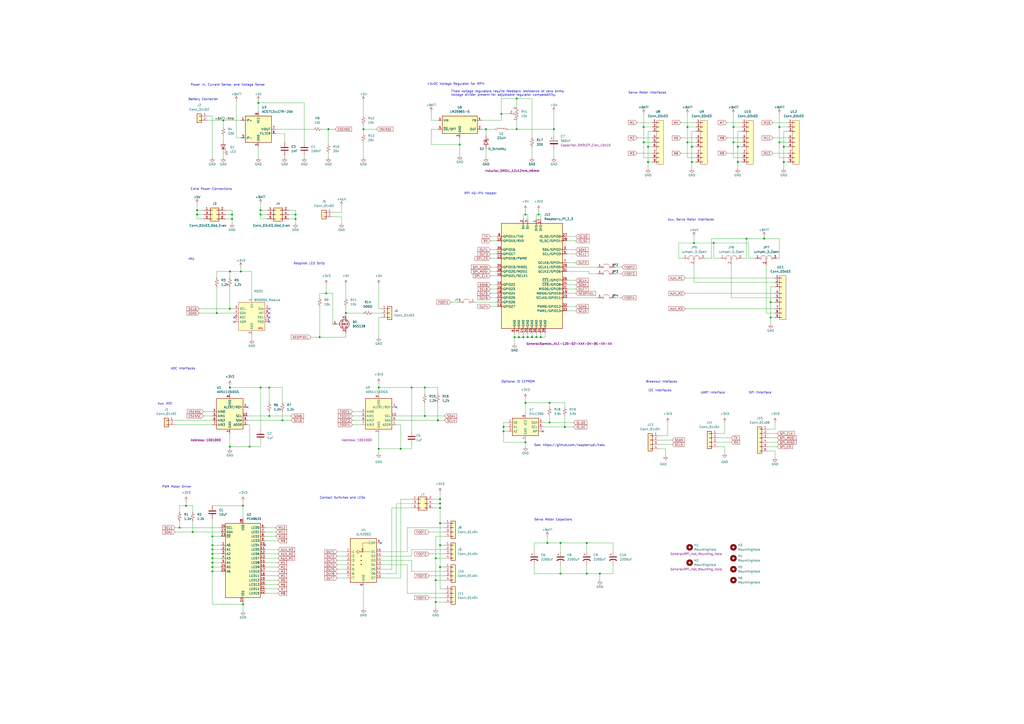
<source format=kicad_sch>
(kicad_sch (version 20211123) (generator eeschema)
  (paper "A2")
  (junction (at 281.94 74.93))
  (junction (at 123.19 323.85))
  (junction (at 318.77 233.68))
  (junction (at 255.27 328.93))
  (junction (at 313.69 195.58))
  (junction (at 123.19 316.23))
  (junction (at 171.45 127))
  (junction (at 252.73 323.85))
  (junction (at 373.38 82.55))
  (junction (at 219.71 224.79))
  (junction (at 443.23 138.43))
  (junction (at 340.36 314.96))
  (junction (at 255.27 303.53))
  (junction (at 321.31 74.93))
  (junction (at 123.19 318.77))
  (junction (at 304.8 124.46))
  (junction (at 433.07 138.43))
  (junction (at 447.04 175.26))
  (junction (at 123.19 326.39))
  (junction (at 133.35 179.07))
  (junction (at 427.99 85.09))
  (junction (at 123.19 331.47))
  (junction (at 312.42 124.46))
  (junction (at 254 243.84))
  (junction (at 401.32 93.98))
  (junction (at 452.12 82.55))
  (junction (at 133.35 224.79))
  (junction (at 299.72 74.93))
  (junction (at 454.66 93.98))
  (junction (at 123.19 321.31))
  (junction (at 292.1 247.65))
  (junction (at 104.14 306.07))
  (junction (at 414.02 140.97))
  (junction (at 123.19 328.93))
  (junction (at 325.12 332.74))
  (junction (at 327.66 247.65))
  (junction (at 425.45 73.66))
  (junction (at 347.98 332.74))
  (junction (at 190.5 74.93))
  (junction (at 111.76 308.61))
  (junction (at 318.77 245.11))
  (junction (at 114.3 121.92))
  (junction (at 123.19 311.15))
  (junction (at 252.73 349.25))
  (junction (at 308.61 195.58))
  (junction (at 300.99 195.58))
  (junction (at 304.8 233.68))
  (junction (at 185.42 195.58))
  (junction (at 252.73 336.55))
  (junction (at 133.35 259.08))
  (junction (at 401.32 85.09))
  (junction (at 255.27 289.56))
  (junction (at 156.21 224.79))
  (junction (at 129.54 69.85))
  (junction (at 317.5 314.96))
  (junction (at 139.7 157.48))
  (junction (at 398.78 73.66))
  (junction (at 140.97 293.37))
  (junction (at 425.45 82.55))
  (junction (at 255.27 292.1))
  (junction (at 266.7 83.82))
  (junction (at 246.38 224.79))
  (junction (at 219.71 260.35))
  (junction (at 290.83 66.04))
  (junction (at 447.04 184.15))
  (junction (at 134.62 124.46))
  (junction (at 238.76 224.79))
  (junction (at 299.72 57.15))
  (junction (at 125.73 181.61))
  (junction (at 292.1 250.19))
  (junction (at 140.97 350.52))
  (junction (at 398.78 82.55))
  (junction (at 144.78 259.08))
  (junction (at 454.66 85.09))
  (junction (at 200.66 181.61))
  (junction (at 156.21 241.3))
  (junction (at 189.23 170.18))
  (junction (at 114.3 124.46))
  (junction (at 171.45 124.46))
  (junction (at 151.13 224.79))
  (junction (at 246.38 241.3))
  (junction (at 375.92 85.09))
  (junction (at 304.8 256.54))
  (junction (at 133.35 157.48))
  (junction (at 427.99 93.98))
  (junction (at 311.15 195.58))
  (junction (at 452.12 73.66))
  (junction (at 151.13 121.92))
  (junction (at 255.27 316.23))
  (junction (at 325.12 314.96))
  (junction (at 255.27 294.64))
  (junction (at 340.36 332.74))
  (junction (at 375.92 93.98))
  (junction (at 163.83 243.84))
  (junction (at 134.62 127))
  (junction (at 107.95 293.37))
  (junction (at 402.59 140.97))
  (junction (at 306.07 195.58))
  (junction (at 232.41 260.35))
  (junction (at 373.38 73.66))
  (junction (at 298.45 195.58))
  (junction (at 149.86 59.69))
  (junction (at 151.13 124.46))
  (junction (at 303.53 195.58))
  (junction (at 210.82 74.93))
  (no_connect (at 143.51 236.22))
  (no_connect (at 229.87 236.22))
  (no_connect (at 156.21 184.15))
  (no_connect (at 156.21 186.69))
  (no_connect (at 156.21 179.07))
  (no_connect (at 156.21 181.61))
  (no_connect (at 220.98 314.96))
  (no_connect (at 314.96 250.19))
  (no_connect (at 135.89 184.15))
  (no_connect (at 153.67 316.23))
  (no_connect (at 135.89 186.69))
  (wire (pts (xy 309.88 320.04) (xy 309.88 314.96)))
  (wire (pts (xy 149.86 85.09) (xy 149.86 91.44)))
  (wire (pts (xy 255.27 316.23) (xy 255.27 303.53)))
  (wire (pts (xy 373.38 82.55) (xy 373.38 91.44)))
  (wire (pts (xy 252.73 349.25) (xy 257.81 349.25)))
  (wire (pts (xy 298.45 195.58) (xy 300.99 195.58)))
  (wire (pts (xy 401.32 97.79) (xy 401.32 93.98)))
  (wire (pts (xy 163.83 243.84) (xy 168.91 243.84)))
  (wire (pts (xy 290.83 66.04) (xy 290.83 57.15)))
  (wire (pts (xy 140.97 349.25) (xy 140.97 350.52)))
  (wire (pts (xy 378.46 85.09) (xy 375.92 85.09)))
  (wire (pts (xy 401.32 85.09) (xy 401.32 93.98)))
  (wire (pts (xy 133.35 224.79) (xy 133.35 228.6)))
  (wire (pts (xy 311.15 124.46) (xy 312.42 124.46)))
  (wire (pts (xy 252.73 311.15) (xy 252.73 323.85)))
  (wire (pts (xy 290.83 66.04) (xy 295.91 66.04)))
  (wire (pts (xy 398.78 66.04) (xy 398.78 73.66)))
  (wire (pts (xy 394.97 80.01) (xy 403.86 80.01)))
  (wire (pts (xy 382.27 260.35) (xy 386.08 260.35)))
  (wire (pts (xy 378.46 91.44) (xy 373.38 91.44)))
  (wire (pts (xy 163.83 224.79) (xy 163.83 233.68)))
  (wire (pts (xy 180.34 195.58) (xy 185.42 195.58)))
  (wire (pts (xy 257.81 303.53) (xy 255.27 303.53)))
  (wire (pts (xy 219.71 224.79) (xy 219.71 228.6)))
  (wire (pts (xy 123.19 323.85) (xy 128.27 323.85)))
  (wire (pts (xy 133.35 251.46) (xy 133.35 259.08)))
  (wire (pts (xy 151.13 124.46) (xy 151.13 121.92)))
  (wire (pts (xy 452.12 82.55) (xy 452.12 91.44)))
  (wire (pts (xy 220.98 327.66) (xy 236.22 327.66)))
  (wire (pts (xy 125.73 157.48) (xy 125.73 161.29)))
  (wire (pts (xy 425.45 82.55) (xy 430.53 82.55)))
  (wire (pts (xy 284.48 172.72) (xy 288.29 172.72)))
  (wire (pts (xy 114.3 127) (xy 114.3 124.46)))
  (wire (pts (xy 123.19 326.39) (xy 128.27 326.39)))
  (wire (pts (xy 129.54 69.85) (xy 129.54 73.66)))
  (wire (pts (xy 449.58 261.62) (xy 449.58 265.43)))
  (wire (pts (xy 328.93 165.1) (xy 334.01 165.1)))
  (wire (pts (xy 118.11 238.76) (xy 123.19 238.76)))
  (wire (pts (xy 133.35 223.52) (xy 133.35 224.79)))
  (wire (pts (xy 327.66 233.68) (xy 318.77 233.68)))
  (wire (pts (xy 311.15 193.04) (xy 311.15 195.58)))
  (wire (pts (xy 394.97 71.12) (xy 403.86 71.12)))
  (wire (pts (xy 294.64 245.11) (xy 292.1 245.11)))
  (wire (pts (xy 445.77 251.46) (xy 450.85 251.46)))
  (wire (pts (xy 284.48 137.16) (xy 288.29 137.16)))
  (wire (pts (xy 144.78 259.08) (xy 151.13 259.08)))
  (wire (pts (xy 143.51 241.3) (xy 156.21 241.3)))
  (wire (pts (xy 238.76 325.12) (xy 220.98 325.12)))
  (wire (pts (xy 140.97 290.83) (xy 140.97 293.37)))
  (wire (pts (xy 430.53 76.2) (xy 427.99 76.2)))
  (wire (pts (xy 328.93 139.7) (xy 334.01 139.7)))
  (wire (pts (xy 318.77 241.3) (xy 318.77 245.11)))
  (wire (pts (xy 238.76 318.77) (xy 238.76 322.58)))
  (wire (pts (xy 420.37 259.08) (xy 420.37 262.89)))
  (wire (pts (xy 434.34 140.97) (xy 414.02 140.97)))
  (wire (pts (xy 200.66 181.61) (xy 210.82 181.61)))
  (wire (pts (xy 452.12 149.86) (xy 450.85 149.86)))
  (wire (pts (xy 292.1 256.54) (xy 304.8 256.54)))
  (wire (pts (xy 248.92 308.61) (xy 257.81 308.61)))
  (wire (pts (xy 101.6 306.07) (xy 104.14 306.07)))
  (wire (pts (xy 210.82 74.93) (xy 210.82 77.47)))
  (wire (pts (xy 403.86 76.2) (xy 401.32 76.2)))
  (wire (pts (xy 143.51 243.84) (xy 163.83 243.84)))
  (wire (pts (xy 185.42 195.58) (xy 200.66 195.58)))
  (wire (pts (xy 421.64 88.9) (xy 430.53 88.9)))
  (wire (pts (xy 308.61 195.58) (xy 311.15 195.58)))
  (wire (pts (xy 257.81 306.07) (xy 236.22 306.07)))
  (wire (pts (xy 238.76 257.81) (xy 238.76 260.35)))
  (wire (pts (xy 318.77 245.11) (xy 332.74 245.11)))
  (wire (pts (xy 327.66 236.22) (xy 327.66 233.68)))
  (wire (pts (xy 424.18 153.67) (xy 424.18 172.72)))
  (wire (pts (xy 130.81 121.92) (xy 134.62 121.92)))
  (wire (pts (xy 281.94 74.93) (xy 287.02 74.93)))
  (wire (pts (xy 311.15 127) (xy 311.15 124.46)))
  (wire (pts (xy 219.71 251.46) (xy 219.71 260.35)))
  (wire (pts (xy 356.87 158.75) (xy 360.68 158.75)))
  (wire (pts (xy 300.99 193.04) (xy 300.99 195.58)))
  (wire (pts (xy 248.92 346.71) (xy 257.81 346.71)))
  (wire (pts (xy 341.63 158.75) (xy 346.71 158.75)))
  (wire (pts (xy 434.34 149.86) (xy 438.15 149.86)))
  (wire (pts (xy 316.23 195.58) (xy 316.23 193.04)))
  (wire (pts (xy 129.54 69.85) (xy 139.7 69.85)))
  (wire (pts (xy 408.94 149.86) (xy 412.75 149.86)))
  (wire (pts (xy 255.27 289.56) (xy 255.27 292.1)))
  (wire (pts (xy 149.86 58.42) (xy 149.86 59.69)))
  (wire (pts (xy 427.99 85.09) (xy 427.99 93.98)))
  (wire (pts (xy 328.93 170.18) (xy 334.01 170.18)))
  (wire (pts (xy 457.2 85.09) (xy 454.66 85.09)))
  (wire (pts (xy 153.67 321.31) (xy 161.29 321.31)))
  (wire (pts (xy 325.12 314.96) (xy 340.36 314.96)))
  (wire (pts (xy 312.42 121.92) (xy 312.42 124.46)))
  (wire (pts (xy 163.83 238.76) (xy 163.83 243.84)))
  (wire (pts (xy 195.58 320.04) (xy 200.66 320.04)))
  (wire (pts (xy 347.98 332.74) (xy 347.98 336.55)))
  (wire (pts (xy 457.2 91.44) (xy 452.12 91.44)))
  (wire (pts (xy 284.48 177.8) (xy 288.29 177.8)))
  (wire (pts (xy 252.73 336.55) (xy 252.73 349.25)))
  (wire (pts (xy 328.93 172.72) (xy 346.71 172.72)))
  (wire (pts (xy 219.71 224.79) (xy 238.76 224.79)))
  (wire (pts (xy 154.94 124.46) (xy 151.13 124.46)))
  (wire (pts (xy 195.58 327.66) (xy 200.66 327.66)))
  (wire (pts (xy 200.66 193.04) (xy 200.66 195.58)))
  (wire (pts (xy 140.97 293.37) (xy 123.19 293.37)))
  (wire (pts (xy 229.87 332.74) (xy 220.98 332.74)))
  (wire (pts (xy 284.48 149.86) (xy 288.29 149.86)))
  (wire (pts (xy 120.65 69.85) (xy 129.54 69.85)))
  (wire (pts (xy 325.12 320.04) (xy 325.12 314.96)))
  (wire (pts (xy 186.69 74.93) (xy 190.5 74.93)))
  (wire (pts (xy 193.04 125.73) (xy 198.12 125.73)))
  (wire (pts (xy 156.21 241.3) (xy 168.91 241.3)))
  (wire (pts (xy 304.8 231.14) (xy 304.8 233.68)))
  (wire (pts (xy 356.87 154.94) (xy 360.68 154.94)))
  (wire (pts (xy 238.76 292.1) (xy 229.87 292.1)))
  (wire (pts (xy 284.48 165.1) (xy 288.29 165.1)))
  (wire (pts (xy 414.02 149.86) (xy 414.02 140.97)))
  (wire (pts (xy 430.53 91.44) (xy 425.45 91.44)))
  (wire (pts (xy 257.81 331.47) (xy 238.76 331.47)))
  (wire (pts (xy 452.12 66.04) (xy 452.12 73.66)))
  (wire (pts (xy 167.64 121.92) (xy 171.45 121.92)))
  (wire (pts (xy 303.53 127) (xy 303.53 124.46)))
  (wire (pts (xy 373.38 73.66) (xy 373.38 82.55)))
  (wire (pts (xy 153.67 331.47) (xy 161.29 331.47)))
  (wire (pts (xy 340.36 314.96) (xy 340.36 320.04)))
  (wire (pts (xy 153.67 334.01) (xy 161.29 334.01)))
  (wire (pts (xy 369.57 88.9) (xy 378.46 88.9)))
  (wire (pts (xy 238.76 250.19) (xy 238.76 224.79)))
  (wire (pts (xy 308.61 85.09) (xy 308.61 91.44)))
  (wire (pts (xy 447.04 166.37) (xy 447.04 175.26)))
  (wire (pts (xy 430.53 149.86) (xy 433.07 149.86)))
  (wire (pts (xy 294.64 74.93) (xy 299.72 74.93)))
  (wire (pts (xy 328.93 167.64) (xy 334.01 167.64)))
  (wire (pts (xy 255.27 294.64) (xy 255.27 303.53)))
  (wire (pts (xy 403.86 85.09) (xy 401.32 85.09)))
  (wire (pts (xy 356.87 172.72) (xy 360.68 172.72)))
  (wire (pts (xy 257.81 318.77) (xy 238.76 318.77)))
  (wire (pts (xy 220.98 184.15) (xy 219.71 184.15)))
  (wire (pts (xy 430.53 85.09) (xy 427.99 85.09)))
  (wire (pts (xy 185.42 177.8) (xy 185.42 195.58)))
  (wire (pts (xy 229.87 292.1) (xy 229.87 332.74)))
  (wire (pts (xy 229.87 243.84) (xy 254 243.84)))
  (wire (pts (xy 340.36 332.74) (xy 347.98 332.74)))
  (wire (pts (xy 309.88 314.96) (xy 317.5 314.96)))
  (wire (pts (xy 165.1 90.17) (xy 165.1 91.44)))
  (wire (pts (xy 111.76 293.37) (xy 111.76 297.18)))
  (wire (pts (xy 303.53 124.46) (xy 304.8 124.46)))
  (wire (pts (xy 304.8 256.54) (xy 304.8 259.08)))
  (wire (pts (xy 246.38 233.68) (xy 246.38 241.3)))
  (wire (pts (xy 123.19 316.23) (xy 123.19 318.77)))
  (wire (pts (xy 313.69 195.58) (xy 316.23 195.58)))
  (wire (pts (xy 156.21 224.79) (xy 156.21 233.68)))
  (wire (pts (xy 254 233.68) (xy 254 243.84)))
  (wire (pts (xy 255.27 341.63) (xy 255.27 328.93)))
  (wire (pts (xy 382.27 255.27) (xy 389.89 255.27)))
  (wire (pts (xy 160.02 74.93) (xy 181.61 74.93)))
  (wire (pts (xy 139.7 157.48) (xy 146.05 157.48)))
  (wire (pts (xy 160.02 77.47) (xy 165.1 77.47)))
  (wire (pts (xy 254 243.84) (xy 257.81 243.84)))
  (wire (pts (xy 275.59 175.26) (xy 288.29 175.26)))
  (wire (pts (xy 219.71 184.15) (xy 219.71 195.58)))
  (wire (pts (xy 454.66 76.2) (xy 454.66 85.09)))
  (wire (pts (xy 167.64 124.46) (xy 171.45 124.46)))
  (wire (pts (xy 299.72 57.15) (xy 299.72 62.23)))
  (wire (pts (xy 448.31 88.9) (xy 457.2 88.9)))
  (wire (pts (xy 373.38 73.66) (xy 378.46 73.66)))
  (wire (pts (xy 190.5 74.93) (xy 194.31 74.93)))
  (wire (pts (xy 397.51 179.07) (xy 449.58 179.07)))
  (wire (pts (xy 402.59 140.97) (xy 402.59 137.16)))
  (wire (pts (xy 232.41 246.38) (xy 232.41 260.35)))
  (wire (pts (xy 314.96 247.65) (xy 327.66 247.65)))
  (wire (pts (xy 414.02 140.97) (xy 402.59 140.97)))
  (wire (pts (xy 393.7 149.86) (xy 393.7 140.97)))
  (wire (pts (xy 427.99 93.98) (xy 430.53 93.98)))
  (wire (pts (xy 153.67 328.93) (xy 161.29 328.93)))
  (wire (pts (xy 252.73 323.85) (xy 252.73 336.55)))
  (wire (pts (xy 447.04 175.26) (xy 447.04 184.15)))
  (wire (pts (xy 140.97 293.37) (xy 140.97 300.99)))
  (wire (pts (xy 210.82 340.36) (xy 210.82 353.06)))
  (wire (pts (xy 153.67 311.15) (xy 160.02 311.15)))
  (wire (pts (xy 111.76 302.26) (xy 111.76 308.61)))
  (wire (pts (xy 130.81 124.46) (xy 134.62 124.46)))
  (wire (pts (xy 427.99 97.79) (xy 427.99 93.98)))
  (wire (pts (xy 313.69 193.04) (xy 313.69 195.58)))
  (wire (pts (xy 321.31 86.36) (xy 321.31 91.44)))
  (wire (pts (xy 204.47 243.84) (xy 209.55 243.84)))
  (wire (pts (xy 151.13 127) (xy 151.13 124.46)))
  (wire (pts (xy 204.47 246.38) (xy 209.55 246.38)))
  (wire (pts (xy 412.75 138.43) (xy 433.07 138.43)))
  (wire (pts (xy 416.56 254) (xy 424.18 254)))
  (wire (pts (xy 452.12 138.43) (xy 452.12 149.86)))
  (wire (pts (xy 123.19 326.39) (xy 123.19 328.93)))
  (wire (pts (xy 195.58 325.12) (xy 200.66 325.12)))
  (wire (pts (xy 298.45 193.04) (xy 298.45 195.58)))
  (wire (pts (xy 420.37 259.08) (xy 416.56 259.08)))
  (wire (pts (xy 151.13 224.79) (xy 156.21 224.79)))
  (wire (pts (xy 341.63 157.48) (xy 341.63 158.75)))
  (wire (pts (xy 402.59 153.67) (xy 402.59 163.83)))
  (wire (pts (xy 328.93 180.34) (xy 334.01 180.34)))
  (wire (pts (xy 292.1 247.65) (xy 294.64 247.65)))
  (wire (pts (xy 397.51 161.29) (xy 449.58 161.29)))
  (wire (pts (xy 328.93 157.48) (xy 341.63 157.48)))
  (wire (pts (xy 311.15 195.58) (xy 313.69 195.58)))
  (wire (pts (xy 401.32 76.2) (xy 401.32 85.09)))
  (wire (pts (xy 111.76 308.61) (xy 128.27 308.61)))
  (wire (pts (xy 143.51 246.38) (xy 144.78 246.38)))
  (wire (pts (xy 189.23 170.18) (xy 193.04 170.18)))
  (wire (pts (xy 284.48 147.32) (xy 288.29 147.32)))
  (wire (pts (xy 125.73 181.61) (xy 135.89 181.61)))
  (wire (pts (xy 284.48 154.94) (xy 288.29 154.94)))
  (wire (pts (xy 252.73 311.15) (xy 257.81 311.15)))
  (wire (pts (xy 420.37 251.46) (xy 416.56 251.46)))
  (wire (pts (xy 123.19 316.23) (xy 128.27 316.23)))
  (wire (pts (xy 123.19 318.77) (xy 123.19 321.31)))
  (wire (pts (xy 251.46 292.1) (xy 255.27 292.1)))
  (wire (pts (xy 398.78 73.66) (xy 398.78 82.55)))
  (wire (pts (xy 255.27 285.75) (xy 255.27 289.56)))
  (wire (pts (xy 444.5 181.61) (xy 449.58 181.61)))
  (wire (pts (xy 318.77 236.22) (xy 318.77 233.68)))
  (wire (pts (xy 424.18 172.72) (xy 449.58 172.72)))
  (wire (pts (xy 153.67 326.39) (xy 161.29 326.39)))
  (wire (pts (xy 402.59 140.97) (xy 393.7 140.97)))
  (wire (pts (xy 153.67 318.77) (xy 161.29 318.77)))
  (wire (pts (xy 251.46 289.56) (xy 255.27 289.56)))
  (wire (pts (xy 279.4 69.85) (xy 290.83 69.85)))
  (wire (pts (xy 454.66 97.79) (xy 454.66 93.98)))
  (wire (pts (xy 204.47 241.3) (xy 209.55 241.3)))
  (wire (pts (xy 375.92 76.2) (xy 375.92 85.09)))
  (wire (pts (xy 151.13 121.92) (xy 154.94 121.92)))
  (wire (pts (xy 123.19 311.15) (xy 128.27 311.15)))
  (wire (pts (xy 153.67 323.85) (xy 161.29 323.85)))
  (wire (pts (xy 227.33 330.2) (xy 227.33 294.64)))
  (wire (pts (xy 140.97 350.52) (xy 140.97 354.33)))
  (wire (pts (xy 281.94 86.36) (xy 281.94 91.44)))
  (wire (pts (xy 252.73 323.85) (xy 257.81 323.85)))
  (wire (pts (xy 396.24 149.86) (xy 393.7 149.86)))
  (wire (pts (xy 375.92 93.98) (xy 378.46 93.98)))
  (wire (pts (xy 125.73 157.48) (xy 133.35 157.48)))
  (wire (pts (xy 434.34 149.86) (xy 434.34 140.97)))
  (wire (pts (xy 306.07 195.58) (xy 308.61 195.58)))
  (wire (pts (xy 447.04 187.96) (xy 447.04 184.15)))
  (wire (pts (xy 298.45 195.58) (xy 298.45 199.39)))
  (wire (pts (xy 248.92 321.31) (xy 257.81 321.31)))
  (wire (pts (xy 321.31 74.93) (xy 321.31 78.74)))
  (wire (pts (xy 171.45 121.92) (xy 171.45 124.46)))
  (wire (pts (xy 125.73 166.37) (xy 125.73 181.61)))
  (wire (pts (xy 433.07 138.43) (xy 443.23 138.43)))
  (wire (pts (xy 156.21 238.76) (xy 156.21 241.3)))
  (wire (pts (xy 327.66 247.65) (xy 332.74 247.65)))
  (wire (pts (xy 325.12 332.74) (xy 340.36 332.74)))
  (wire (pts (xy 447.04 184.15) (xy 449.58 184.15)))
  (wire (pts (xy 328.93 152.4) (xy 334.01 152.4)))
  (wire (pts (xy 445.77 261.62) (xy 449.58 261.62)))
  (wire (pts (xy 167.64 127) (xy 171.45 127)))
  (wire (pts (xy 281.94 74.93) (xy 281.94 78.74)))
  (wire (pts (xy 153.67 336.55) (xy 161.29 336.55)))
  (wire (pts (xy 452.12 73.66) (xy 452.12 82.55)))
  (wire (pts (xy 252.73 349.25) (xy 252.73 353.06)))
  (wire (pts (xy 104.14 306.07) (xy 128.27 306.07)))
  (wire (pts (xy 373.38 82.55) (xy 378.46 82.55)))
  (wire (pts (xy 255.27 292.1) (xy 255.27 294.64)))
  (wire (pts (xy 123.19 300.99) (xy 123.19 311.15)))
  (wire (pts (xy 165.1 77.47) (xy 165.1 82.55)))
  (wire (pts (xy 137.16 80.01) (xy 137.16 58.42)))
  (wire (pts (xy 284.48 170.18) (xy 288.29 170.18)))
  (wire (pts (xy 448.31 71.12) (xy 457.2 71.12)))
  (wire (pts (xy 123.19 311.15) (xy 123.19 316.23)))
  (wire (pts (xy 427.99 76.2) (xy 427.99 85.09)))
  (wire (pts (xy 246.38 224.79) (xy 246.38 228.6)))
  (wire (pts (xy 328.93 137.16) (xy 334.01 137.16)))
  (wire (pts (xy 449.58 248.92) (xy 445.77 248.92)))
  (wire (pts (xy 355.6 332.74) (xy 355.6 327.66)))
  (wire (pts (xy 227.33 294.64) (xy 238.76 294.64)))
  (wire (pts (xy 314.96 245.11) (xy 318.77 245.11)))
  (wire (pts (xy 445.77 259.08) (xy 450.85 259.08)))
  (wire (pts (xy 382.27 257.81) (xy 389.89 257.81)))
  (wire (pts (xy 328.93 144.78) (xy 334.01 144.78)))
  (wire (pts (xy 355.6 314.96) (xy 355.6 320.04)))
  (wire (pts (xy 452.12 73.66) (xy 457.2 73.66)))
  (wire (pts (xy 229.87 246.38) (xy 232.41 246.38)))
  (wire (pts (xy 248.92 334.01) (xy 257.81 334.01)))
  (wire (pts (xy 118.11 241.3) (xy 123.19 241.3)))
  (wire (pts (xy 133.35 259.08) (xy 133.35 260.35)))
  (wire (pts (xy 236.22 320.04) (xy 220.98 320.04)))
  (wire (pts (xy 306.07 124.46) (xy 306.07 127)))
  (wire (pts (xy 123.19 328.93) (xy 128.27 328.93)))
  (wire (pts (xy 195.58 322.58) (xy 200.66 322.58)))
  (wire (pts (xy 210.82 72.39) (xy 210.82 74.93)))
  (wire (pts (xy 421.64 71.12) (xy 430.53 71.12)))
  (wire (pts (xy 153.67 313.69) (xy 161.29 313.69)))
  (wire (pts (xy 340.36 314.96) (xy 355.6 314.96)))
  (wire (pts (xy 394.97 88.9) (xy 403.86 88.9)))
  (wire (pts (xy 146.05 194.31) (xy 146.05 196.85)))
  (wire (pts (xy 250.19 83.82) (xy 266.7 83.82)))
  (wire (pts (xy 151.13 248.92) (xy 151.13 224.79)))
  (wire (pts (xy 412.75 149.86) (xy 412.75 138.43)))
  (wire (pts (xy 251.46 294.64) (xy 255.27 294.64)))
  (wire (pts (xy 198.12 123.19) (xy 198.12 119.38)))
  (wire (pts (xy 425.45 73.66) (xy 425.45 82.55)))
  (wire (pts (xy 317.5 311.15) (xy 317.5 314.96)))
  (wire (pts (xy 403.86 91.44) (xy 398.78 91.44)))
  (wire (pts (xy 304.8 121.92) (xy 304.8 124.46)))
  (wire (pts (xy 421.64 80.01) (xy 430.53 80.01)))
  (wire (pts (xy 387.35 245.11) (xy 387.35 252.73)))
  (wire (pts (xy 104.14 293.37) (xy 107.95 293.37)))
  (wire (pts (xy 129.54 88.9) (xy 129.54 91.44)))
  (wire (pts (xy 304.8 233.68) (xy 318.77 233.68)))
  (wire (pts (xy 195.58 330.2) (xy 200.66 330.2)))
  (wire (pts (xy 299.72 74.93) (xy 321.31 74.93)))
  (wire (pts (xy 114.3 124.46) (xy 114.3 121.92)))
  (wire (pts (xy 154.94 127) (xy 151.13 127)))
  (wire (pts (xy 133.35 157.48) (xy 133.35 161.29)))
  (wire (pts (xy 190.5 74.93) (xy 190.5 83.82)))
  (wire (pts (xy 402.59 163.83) (xy 449.58 163.83)))
  (wire (pts (xy 123.19 331.47) (xy 128.27 331.47)))
  (wire (pts (xy 449.58 166.37) (xy 447.04 166.37)))
  (wire (pts (xy 425.45 82.55) (xy 425.45 91.44)))
  (wire (pts (xy 133.35 157.48) (xy 139.7 157.48)))
  (wire (pts (xy 398.78 73.66) (xy 403.86 73.66)))
  (wire (pts (xy 123.19 321.31) (xy 123.19 323.85)))
  (wire (pts (xy 373.38 66.04) (xy 373.38 73.66)))
  (wire (pts (xy 452.12 82.55) (xy 457.2 82.55)))
  (wire (pts (xy 292.1 250.19) (xy 292.1 256.54)))
  (wire (pts (xy 204.47 238.76) (xy 209.55 238.76)))
  (wire (pts (xy 457.2 76.2) (xy 454.66 76.2)))
  (wire (pts (xy 369.57 71.12) (xy 378.46 71.12)))
  (wire (pts (xy 118.11 127) (xy 114.3 127)))
  (wire (pts (xy 303.53 195.58) (xy 306.07 195.58)))
  (wire (pts (xy 149.86 59.69) (xy 149.86 64.77)))
  (wire (pts (xy 133.35 224.79) (xy 151.13 224.79)))
  (wire (pts (xy 250.19 64.77) (xy 250.19 69.85)))
  (wire (pts (xy 340.36 332.74) (xy 340.36 327.66)))
  (wire (pts (xy 257.81 344.17) (xy 236.22 344.17)))
  (wire (pts (xy 328.93 147.32) (xy 334.01 147.32)))
  (wire (pts (xy 153.67 306.07) (xy 160.02 306.07)))
  (wire (pts (xy 420.37 245.11) (xy 420.37 251.46)))
  (wire (pts (xy 171.45 124.46) (xy 171.45 127)))
  (wire (pts (xy 104.14 302.26) (xy 104.14 306.07)))
  (wire (pts (xy 189.23 165.1) (xy 189.23 170.18)))
  (wire (pts (xy 118.11 124.46) (xy 114.3 124.46)))
  (wire (pts (xy 130.81 127) (xy 134.62 127)))
  (wire (pts (xy 139.7 154.94) (xy 139.7 157.48)))
  (wire (pts (xy 292.1 247.65) (xy 292.1 250.19)))
  (wire (pts (xy 193.04 187.96) (xy 193.04 170.18)))
  (wire (pts (xy 284.48 167.64) (xy 288.29 167.64)))
  (wire (pts (xy 107.95 293.37) (xy 111.76 293.37)))
  (wire (pts (xy 210.82 74.93) (xy 218.44 74.93)))
  (wire (pts (xy 306.07 193.04) (xy 306.07 195.58)))
  (wire (pts (xy 257.81 341.63) (xy 255.27 341.63)))
  (wire (pts (xy 250.19 74.93) (xy 250.19 83.82)))
  (wire (pts (xy 200.66 165.1) (xy 200.66 172.72)))
  (wire (pts (xy 449.58 175.26) (xy 447.04 175.26)))
  (wire (pts (xy 433.07 149.86) (xy 433.07 138.43)))
  (wire (pts (xy 309.88 332.74) (xy 325.12 332.74)))
  (wire (pts (xy 347.98 332.74) (xy 355.6 332.74)))
  (wire (pts (xy 190.5 88.9) (xy 190.5 91.44)))
  (wire (pts (xy 153.67 341.63) (xy 161.29 341.63)))
  (wire (pts (xy 369.57 80.01) (xy 378.46 80.01)))
  (wire (pts (xy 129.54 78.74) (xy 129.54 81.28)))
  (wire (pts (xy 279.4 74.93) (xy 281.94 74.93)))
  (wire (pts (xy 257.81 316.23) (xy 255.27 316.23)))
  (wire (pts (xy 210.82 58.42) (xy 210.82 67.31)))
  (wire (pts (xy 149.86 59.69) (xy 176.53 59.69)))
  (wire (pts (xy 290.83 69.85) (xy 290.83 66.04)))
  (wire (pts (xy 133.35 166.37) (xy 133.35 179.07)))
  (wire (pts (xy 219.71 262.89) (xy 219.71 260.35)))
  (wire (pts (xy 417.83 149.86) (xy 414.02 149.86)))
  (wire (pts (xy 246.38 241.3) (xy 257.81 241.3)))
  (wire (pts (xy 210.82 82.55) (xy 210.82 91.44)))
  (wire (pts (xy 176.53 90.17) (xy 176.53 91.44)))
  (wire (pts (xy 171.45 127) (xy 171.45 129.54)))
  (wire (pts (xy 123.19 323.85) (xy 123.19 326.39)))
  (wire (pts (xy 445.77 256.54) (xy 450.85 256.54)))
  (wire (pts (xy 123.19 331.47) (xy 123.19 350.52)))
  (wire (pts (xy 195.58 335.28) (xy 200.66 335.28)))
  (wire (pts (xy 101.6 243.84) (xy 123.19 243.84)))
  (wire (pts (xy 236.22 344.17) (xy 236.22 327.66)))
  (wire (pts (xy 134.62 124.46) (xy 134.62 127)))
  (wire (pts (xy 144.78 246.38) (xy 144.78 259.08)))
  (wire (pts (xy 153.67 308.61) (xy 160.02 308.61)))
  (wire (pts (xy 321.31 64.77) (xy 321.31 74.93)))
  (wire (pts (xy 284.48 144.78) (xy 288.29 144.78)))
  (wire (pts (xy 255.27 328.93) (xy 255.27 316.23)))
  (wire (pts (xy 328.93 154.94) (xy 346.71 154.94)))
  (wire (pts (xy 257.81 328.93) (xy 255.27 328.93)))
  (wire (pts (xy 454.66 93.98) (xy 457.2 93.98)))
  (wire (pts (xy 104.14 293.37) (xy 104.14 297.18)))
  (wire (pts (xy 200.66 181.61) (xy 200.66 182.88)))
  (wire (pts (xy 425.45 66.04) (xy 425.45 73.66)))
  (wire (pts (xy 101.6 308.61) (xy 111.76 308.61)))
  (wire (pts (xy 299.72 57.15) (xy 308.61 57.15)))
  (wire (pts (xy 284.48 160.02) (xy 288.29 160.02)))
  (wire (pts (xy 139.7 80.01) (xy 137.16 80.01)))
  (wire (pts (xy 114.3 121.92) (xy 114.3 118.11)))
  (wire (pts (xy 375.92 97.79) (xy 375.92 93.98)))
  (wire (pts (xy 304.8 255.27) (xy 304.8 256.54)))
  (wire (pts (xy 151.13 256.54) (xy 151.13 259.08)))
  (wire (pts (xy 265.43 175.26) (xy 261.62 175.26)))
  (wire (pts (xy 378.46 76.2) (xy 375.92 76.2)))
  (wire (pts (xy 146.05 157.48) (xy 146.05 172.72)))
  (wire (pts (xy 219.71 165.1) (xy 219.71 179.07)))
  (wire (pts (xy 232.41 289.56) (xy 232.41 335.28)))
  (wire (pts (xy 153.67 339.09) (xy 161.29 339.09)))
  (wire (pts (xy 284.48 139.7) (xy 288.29 139.7)))
  (wire (pts (xy 308.61 193.04) (xy 308.61 195.58)))
  (wire (pts (xy 284.48 157.48) (xy 288.29 157.48)))
  (wire (pts (xy 254 224.79) (xy 254 228.6)))
  (wire (pts (xy 123.19 318.77) (xy 128.27 318.77)))
  (wire (pts (xy 398.78 82.55) (xy 398.78 91.44)))
  (wire (pts (xy 252.73 336.55) (xy 257.81 336.55)))
  (wire (pts (xy 219.71 179.07) (xy 220.98 179.07)))
  (wire (pts (xy 220.98 330.2) (xy 227.33 330.2)))
  (wire (pts (xy 220.98 322.58) (xy 238.76 322.58)))
  (wire (pts (xy 153.67 344.17) (xy 161.29 344.17)))
  (wire (pts (xy 185.42 170.18) (xy 185.42 172.72)))
  (wire (pts (xy 200.66 177.8) (xy 200.66 181.61)))
  (wire (pts (xy 134.62 127) (xy 134.62 129.54)))
  (wire (pts (xy 375.92 85.09) (xy 375.92 93.98)))
  (wire (pts (xy 238.76 331.47) (xy 238.76 325.12)))
  (wire (pts (xy 328.93 162.56) (xy 334.01 162.56)))
  (wire (pts (xy 416.56 256.54) (xy 424.18 256.54)))
  (wire (pts (xy 238.76 224.79) (xy 246.38 224.79)))
  (wire (pts (xy 300.99 195.58) (xy 303.53 195.58)))
  (wire (pts (xy 101.6 246.38) (xy 123.19 246.38)))
  (wire (pts (xy 238.76 289.56) (xy 232.41 289.56)))
  (wire (pts (xy 189.23 170.18) (xy 185.42 170.18)))
  (wire (pts (xy 266.7 83.82) (xy 266.7 80.01)))
  (wire (pts (xy 312.42 124.46) (xy 313.69 124.46)))
  (wire (pts (xy 134.62 121.92) (xy 134.62 124.46)))
  (wire (pts (xy 114.3 121.92) (xy 118.11 121.92)))
  (wire (pts (xy 397.51 170.18) (xy 449.58 170.18)))
  (wire (pts (xy 123.19 67.31) (xy 120.65 67.31)))
  (wire (pts (xy 299.72 69.85) (xy 299.72 74.93)))
  (wire (pts (xy 290.83 57.15) (xy 299.72 57.15)))
  (wire (pts (xy 443.23 138.43) (xy 452.12 138.43)))
  (wire (pts (xy 303.53 193.04) (xy 303.53 195.58)))
  (wire (pts (xy 193.04 123.19) (xy 198.12 123.19)))
  (wire (pts (xy 219.71 260.35) (xy 232.41 260.35)))
  (wire (pts (xy 449.58 245.11) (xy 449.58 248.92)))
  (wire (pts (xy 398.78 82.55) (xy 403.86 82.55)))
  (wire (pts (xy 246.38 224.79) (xy 254 224.79)))
  (wire (pts (xy 327.66 241.3) (xy 327.66 247.65)))
  (wire (pts (xy 219.71 222.25) (xy 219.71 224.79)))
  (wire (pts (xy 448.31 80.01) (xy 457.2 80.01)))
  (wire (pts (xy 325.12 332.74) (xy 325.12 327.66)))
  (wire (pts (xy 123.19 67.31) (xy 123.19 91.44)))
  (wire (pts (xy 445.77 254) (xy 450.85 254)))
  (wire (pts (xy 308.61 57.15) (xy 308.61 80.01)))
  (wire (pts (xy 215.9 181.61) (xy 220.98 181.61)))
  (wire (pts (xy 115.57 179.07) (xy 133.35 179.07)))
  (wire (pts (xy 304.8 233.68) (xy 304.8 240.03)))
  (wire (pts (xy 151.13 121.92) (xy 151.13 118.11)))
  (wire (pts (xy 309.88 327.66) (xy 309.88 332.74)))
  (wire (pts (xy 317.5 314.96) (xy 325.12 314.96)))
  (wire (pts (xy 266.7 83.82) (xy 266.7 90.17)))
  (wire (pts (xy 107.95 290.83) (xy 107.95 293.37)))
  (wire (pts (xy 443.23 137.16) (xy 443.23 138.43)))
  (wire (pts (xy 133.35 259.08) (xy 144.78 259.08)))
  (wire (pts (xy 454.66 85.09) (xy 454.66 93.98)))
  (wire (pts (xy 229.87 241.3) (xy 246.38 241.3)))
  (wire (pts (xy 123.19 328.93) (xy 123.19 331.47)))
  (wire (pts (xy 313.69 124.46) (xy 313.69 127)))
  (wire (pts (xy 304.8 124.46) (xy 306.07 124.46)))
  (wire (pts (xy 232.41 260.35) (xy 238.76 260.35)))
  (wire (pts (xy 386.08 260.35) (xy 386.08 264.16)))
  (wire (pts (xy 220.98 335.28) (xy 232.41 335.28)))
  (wire (pts (xy 123.19 321.31) (xy 128.27 321.31)))
  (wire (pts (xy 292.1 250.19) (xy 294.64 250.19)))
  (wire (pts (xy 387.35 252.73) (xy 382.27 252.73)))
  (wire (pts (xy 425.45 73.66) (xy 430.53 73.66)))
  (wire (pts (xy 115.57 181.61) (xy 125.73 181.61)))
  (wire (pts (xy 195.58 332.74) (xy 200.66 332.74)))
  (wire (pts (xy 292.1 245.11) (xy 292.1 247.65)))
  (wire (pts (xy 133.35 179.07) (xy 135.89 179.07)))
  (wire (pts (xy 176.53 59.69) (xy 176.53 82.55)))
  (wire (pts (xy 401.32 93.98) (xy 403.86 93.98)))
  (wire (pts (xy 254 74.93) (xy 250.19 74.93)))
  (wire (pts (xy 123.19 350.52) (xy 140.97 350.52)))
  (wire (pts (xy 328.93 177.8) (xy 334.01 177.8)))
  (wire (pts (xy 198.12 125.73) (xy 198.12 129.54)))
  (wire (pts (xy 444.5 153.67) (xy 444.5 181.61)))
  (wire (pts (xy 250.19 69.85) (xy 254 69.85)))
  (wire (pts (xy 236.22 306.07) (xy 236.22 320.04)))
  (wire (pts (xy 156.21 224.79) (xy 163.83 224.79)))
  (text "Breakout Intefaces" (at 374.65 222.25 0) (effects (font (size 1.27 1.27)) (justify left bottom)))
  (text "SPI Iinterface\n" (at 434.34 228.6 0) (effects (font (size 1.27 1.27)) (justify left bottom)))
  (text "ADC Interfaces" (at 99.06 214.63 0) (effects (font (size 1.27 1.27)) (justify left bottom)))
  (text "Extra Power Connections\n" (at 110.49 110.49 0) (effects (font (size 1.27 1.27)) (justify left bottom)))
  (text "PWM Motor Driver" (at 93.98 283.21 0) (effects (font (size 1.27 1.27)) (justify left bottom)))
  (text "Aux. ADC" (at 91.44 234.95 0) (effects (font (size 1.27 1.27)) (justify left bottom)))
  (text "+5vDC Voltage Regulator for RPi4" (at 247.65 49.53 0) (effects (font (size 1.27 1.27)) (justify left bottom)))
  (text "See: https://github.com/raspberrypi/hats" (at 309.88 259.08 0) (effects (font (size 1.27 1.27)) (justify left bottom)))
  (text "Power In, Current Sense, and Voltage Sense\n\n" (at 110.49 52.07 0) (effects (font (size 1.27 1.27)) (justify left bottom)))
  (text "Fixed voltage regulators require feedback resistance of zero ohms.\nVoltage divider present for adjustable regulator compatability." (at 261.62 55.88 0) (effects (font (size 1.27 1.27)) (justify left bottom)))
  (text "Servo Motor Capactors" (at 309.88 302.26 0) (effects (font (size 1.27 1.27)) (justify left bottom)))
  (text "UART Interface" (at 406.4 228.6 0) (effects (font (size 1.27 1.27)) (justify left bottom)))
  (text "Optional ID EEPROM" (at 290.83 222.25 0) (effects (font (size 1.27 1.27)) (justify left bottom)))
  (text "Servo Motor Interfaces" (at 364.49 54.61 0) (effects (font (size 1.27 1.27)) (justify left bottom)))
  (text "Neopixel LED Strip" (at 170.18 153.67 0) (effects (font (size 1.27 1.27)) (justify left bottom)))
  (text "Battery Connector" (at 109.22 58.42 0) (effects (font (size 1.27 1.27)) (justify left bottom)))
  (text "Aux. Servo Motor Interfaces" (at 387.35 128.27 0) (effects (font (size 1.27 1.27)) (justify left bottom)))
  (text "Contact Switches and LEDs" (at 185.42 289.56 0) (effects (font (size 1.27 1.27)) (justify left bottom)))
  (text "I2C Interfaces" (at 375.92 227.33 0) (effects (font (size 1.27 1.27)) (justify left bottom)))
  (text "IMU" (at 109.22 151.13 0) (effects (font (size 1.27 1.27)) (justify left bottom)))
  (text "RPi 40-Pin Header" (at 269.24 113.03 0) (effects (font (size 1.27 1.27)) (justify left bottom)))
  (label "+BATT-RAW" (at 124.46 69.85 0))
  (global_label "M6" (shape input) (at 161.29 339.09 0) (property "Intersheet References" "${INTERSHEET_REFS}" (effects hide)))
  (global_label "SPI_CS" (shape input) (at 450.85 259.08 0) (property "Intersheet References" "${INTERSHEET_REFS}" (effects hide)))
  (global_label "SDA5" (shape input) (at 115.57 181.61 180) (property "Intersheet References" "${INTERSHEET_REFS}" (effects hide)))
  (global_label "M7" (shape input) (at 161.29 341.63 0) (property "Intersheet References" "${INTERSHEET_REFS}" (effects hide)))
  (global_label "M2" (shape input) (at 161.29 328.93 0) (property "Intersheet References" "${INTERSHEET_REFS}" (effects hide)))
  (global_label "SDA5" (shape input) (at 334.01 177.8 0) (property "Intersheet References" "${INTERSHEET_REFS}" (effects hide)))
  (global_label "SDA6" (shape input) (at 168.91 241.3 0) (property "Intersheet References" "${INTERSHEET_REFS}" (effects hide)))
  (global_label "OUT3" (shape input) (at 284.48 147.32 180) (property "Intersheet References" "${INTERSHEET_REFS}" (effects hide)))
  (global_label "M10" (shape input) (at 448.31 71.12 180) (property "Intersheet References" "${INTERSHEET_REFS}" (effects hide)))
  (global_label "M8" (shape input) (at 161.29 344.17 0) (property "Intersheet References" "${INTERSHEET_REFS}" (effects hide)))
  (global_label "FOOT3" (shape input) (at 360.68 158.75 0) (property "Intersheet References" "${INTERSHEET_REFS}" (effects hide)))
  (global_label "M12" (shape input) (at 160.02 306.07 0) (property "Intersheet References" "${INTERSHEET_REFS}" (effects hide)))
  (global_label "M11" (shape input) (at 160.02 308.61 0) (property "Intersheet References" "${INTERSHEET_REFS}" (effects hide)))
  (global_label "FOOT1" (shape input) (at 204.47 238.76 180) (property "Intersheet References" "${INTERSHEET_REFS}" (effects hide)))
  (global_label "SCL4" (shape input) (at 334.01 162.56 0) (property "Intersheet References" "${INTERSHEET_REFS}" (effects hide)))
  (global_label "CSENSE" (shape input) (at 194.31 74.93 0) (property "Intersheet References" "${INTERSHEET_REFS}" (effects hide)))
  (global_label "RX" (shape input) (at 424.18 256.54 0) (property "Intersheet References" "${INTERSHEET_REFS}" (effects hide)))
  (global_label "SCL4" (shape input) (at 257.81 243.84 0) (property "Intersheet References" "${INTERSHEET_REFS}" (effects hide)))
  (global_label "SPI_MOSI" (shape input) (at 450.85 254 0) (property "Intersheet References" "${INTERSHEET_REFS}" (effects hide)))
  (global_label "OUT7" (shape input) (at 195.58 335.28 180) (property "Intersheet References" "${INTERSHEET_REFS}" (effects hide)))
  (global_label "M11" (shape input) (at 448.31 80.01 180) (property "Intersheet References" "${INTERSHEET_REFS}" (effects hide)))
  (global_label "FOOT3" (shape input) (at 248.92 334.01 180) (property "Intersheet References" "${INTERSHEET_REFS}" (effects hide)))
  (global_label "M4" (shape input) (at 394.97 71.12 180) (property "Intersheet References" "${INTERSHEET_REFS}" (effects hide)))
  (global_label "VSENSE" (shape input) (at 118.11 238.76 180) (property "Intersheet References" "${INTERSHEET_REFS}" (effects hide)))
  (global_label "FOOT4" (shape input) (at 204.47 246.38 180) (property "Intersheet References" "${INTERSHEET_REFS}" (effects hide)))
  (global_label "NEOPIXEL" (shape input) (at 334.01 170.18 0) (property "Intersheet References" "${INTERSHEET_REFS}" (effects hide)))
  (global_label "SDA4" (shape input) (at 257.81 241.3 0) (property "Intersheet References" "${INTERSHEET_REFS}" (effects hide)))
  (global_label "SCL1" (shape input) (at 334.01 147.32 0) (property "Intersheet References" "${INTERSHEET_REFS}" (effects hide)))
  (global_label "ID_SD" (shape input) (at 332.74 245.11 0) (property "Intersheet References" "${INTERSHEET_REFS}" (effects hide)))
  (global_label "NEOPIXEL" (shape input) (at 180.34 195.58 180) (property "Intersheet References" "${INTERSHEET_REFS}" (effects hide)))
  (global_label "OUT5" (shape input) (at 284.48 170.18 180) (property "Intersheet References" "${INTERSHEET_REFS}" (effects hide)))
  (global_label "CSENSE" (shape input) (at 118.11 241.3 180) (property "Intersheet References" "${INTERSHEET_REFS}" (effects hide)))
  (global_label "SDA5" (shape input) (at 389.89 255.27 0) (property "Intersheet References" "${INTERSHEET_REFS}" (effects hide)))
  (global_label "FOOT2" (shape input) (at 204.47 241.3 180) (property "Intersheet References" "${INTERSHEET_REFS}" (effects hide)))
  (global_label "FOOT3" (shape input) (at 204.47 243.84 180) (property "Intersheet References" "${INTERSHEET_REFS}" (effects hide)))
  (global_label "M6" (shape input) (at 394.97 88.9 180) (property "Intersheet References" "${INTERSHEET_REFS}" (effects hide)))
  (global_label "M3" (shape input) (at 369.57 88.9 180) (property "Intersheet References" "${INTERSHEET_REFS}" (effects hide)))
  (global_label "SCL6" (shape input) (at 168.91 243.84 0) (property "Intersheet References" "${INTERSHEET_REFS}" (effects hide)))
  (global_label "OUT6" (shape input) (at 195.58 332.74 180) (property "Intersheet References" "${INTERSHEET_REFS}" (effects hide)))
  (global_label "M10" (shape input) (at 160.02 311.15 0) (property "Intersheet References" "${INTERSHEET_REFS}" (effects hide)))
  (global_label "M9" (shape input) (at 161.29 313.69 0) (property "Intersheet References" "${INTERSHEET_REFS}" (effects hide)))
  (global_label "AUX_M2" (shape input) (at 397.51 170.18 180) (property "Intersheet References" "${INTERSHEET_REFS}" (effects hide)))
  (global_label "OUT3" (shape input) (at 195.58 325.12 180) (property "Intersheet References" "${INTERSHEET_REFS}" (effects hide)))
  (global_label "SDA6" (shape input) (at 284.48 165.1 180) (property "Intersheet References" "${INTERSHEET_REFS}" (effects hide)))
  (global_label "SCL5" (shape input) (at 334.01 180.34 0) (property "Intersheet References" "${INTERSHEET_REFS}" (effects hide)))
  (global_label "AUX_M3" (shape input) (at 161.29 318.77 0) (property "Intersheet References" "${INTERSHEET_REFS}" (effects hide)))
  (global_label "SCL1" (shape input) (at 101.6 306.07 180) (property "Intersheet References" "${INTERSHEET_REFS}" (effects hide)))
  (global_label "FOOT1" (shape input) (at 261.62 175.26 180) (property "Intersheet References" "${INTERSHEET_REFS}" (effects hide)))
  (global_label "ID_SC" (shape input) (at 332.74 247.65 0) (property "Intersheet References" "${INTERSHEET_REFS}" (effects hide)))
  (global_label "AUX_M1" (shape input) (at 397.51 161.29 180) (property "Intersheet References" "${INTERSHEET_REFS}" (effects hide)))
  (global_label "ID_SD" (shape input) (at 334.01 137.16 0) (property "Intersheet References" "${INTERSHEET_REFS}" (effects hide)))
  (global_label "SPI_CLK" (shape input) (at 284.48 160.02 180) (property "Intersheet References" "${INTERSHEET_REFS}" (effects hide)))
  (global_label "OUT6" (shape input) (at 284.48 172.72 180) (property "Intersheet References" "${INTERSHEET_REFS}" (effects hide)))
  (global_label "SCL5" (shape input) (at 389.89 257.81 0) (property "Intersheet References" "${INTERSHEET_REFS}" (effects hide)))
  (global_label "M5" (shape input) (at 394.97 80.01 180) (property "Intersheet References" "${INTERSHEET_REFS}" (effects hide)))
  (global_label "M7" (shape input) (at 421.64 71.12 180) (property "Intersheet References" "${INTERSHEET_REFS}" (effects hide)))
  (global_label "SPI_MOSI" (shape input) (at 284.48 157.48 180) (property "Intersheet References" "${INTERSHEET_REFS}" (effects hide)))
  (global_label "M9" (shape input) (at 421.64 88.9 180) (property "Intersheet References" "${INTERSHEET_REFS}" (effects hide)))
  (global_label "SPI_MISO" (shape input) (at 284.48 154.94 180) (property "Intersheet References" "${INTERSHEET_REFS}" (effects hide)))
  (global_label "SCL6" (shape input) (at 284.48 167.64 180) (property "Intersheet References" "${INTERSHEET_REFS}" (effects hide)))
  (global_label "OUT7" (shape input) (at 334.01 167.64 0) (property "Intersheet References" "${INTERSHEET_REFS}" (effects hide)))
  (global_label "SDA1" (shape input) (at 101.6 308.61 180) (property "Intersheet References" "${INTERSHEET_REFS}" (effects hide)))
  (global_label "FOOT2" (shape input) (at 360.68 154.94 0) (property "Intersheet References" "${INTERSHEET_REFS}" (effects hide)))
  (global_label "SDA4" (shape input) (at 334.01 165.1 0) (property "Intersheet References" "${INTERSHEET_REFS}" (effects hide)))
  (global_label "M12" (shape input) (at 448.31 88.9 180) (property "Intersheet References" "${INTERSHEET_REFS}" (effects hide)))
  (global_label "AUX_M3" (shape input) (at 397.51 179.07 180) (property "Intersheet References" "${INTERSHEET_REFS}" (effects hide)))
  (global_label "M8" (shape input) (at 421.64 80.01 180) (property "Intersheet References" "${INTERSHEET_REFS}" (effects hide)))
  (global_label "OUT5" (shape input) (at 195.58 330.2 180) (property "Intersheet References" "${INTERSHEET_REFS}" (effects hide)))
  (global_label "AUX_M2" (shape input) (at 161.29 321.31 0) (property "Intersheet References" "${INTERSHEET_REFS}" (effects hide)))
  (global_label "OUT1" (shape input) (at 195.58 320.04 180) (property "Intersheet References" "${INTERSHEET_REFS}" (effects hide)))
  (global_label "AUX_M1" (shape input) (at 161.29 323.85 0) (property "Intersheet References" "${INTERSHEET_REFS}" (effects hide)))
  (global_label "OUT1" (shape input) (at 284.48 144.78 180) (property "Intersheet References" "${INTERSHEET_REFS}" (effects hide)))
  (global_label "M5" (shape input) (at 161.29 336.55 0) (property "Intersheet References" "${INTERSHEET_REFS}" (effects hide)))
  (global_label "RX" (shape input) (at 284.48 139.7 180) (property "Intersheet References" "${INTERSHEET_REFS}" (effects hide)))
  (global_label "SDA1" (shape input) (at 334.01 144.78 0) (property "Intersheet References" "${INTERSHEET_REFS}" (effects hide)))
  (global_label "SPI_CLK" (shape input) (at 450.85 251.46 0) (property "Intersheet References" "${INTERSHEET_REFS}" (effects hide)))
  (global_label "SPI_MISO" (shape input) (at 450.85 256.54 0) (property "Intersheet References" "${INTERSHEET_REFS}" (effects hide)))
  (global_label "OUT4" (shape input) (at 284.48 177.8 180) (property "Intersheet References" "${INTERSHEET_REFS}" (effects hide)))
  (global_label "TX" (shape input) (at 284.48 137.16 180) (property "Intersheet References" "${INTERSHEET_REFS}" (effects hide)))
  (global_label "M4" (shape input) (at 161.29 334.01 0) (property "Intersheet References" "${INTERSHEET_REFS}" (effects hide)))
  (global_label "OUT2" (shape input) (at 195.58 322.58 180) (property "Intersheet References" "${INTERSHEET_REFS}" (effects hide)))
  (global_label "M1" (shape input) (at 369.57 71.12 180) (property "Intersheet References" "${INTERSHEET_REFS}" (effects hide)))
  (global_label "ID_SC" (shape input) (at 334.01 139.7 0) (property "Intersheet References" "${INTERSHEET_REFS}" (effects hide)))
  (global_label "M2" (shape input) (at 369.57 80.01 180) (property "Intersheet References" "${INTERSHEET_REFS}" (effects hide)))
  (global_label "VSENSE" (shape input) (at 218.44 74.93 0) (property "Intersheet References" "${INTERSHEET_REFS}" (effects hide)))
  (global_label "SCL5" (shape input) (at 115.57 179.07 180) (property "Intersheet References" "${INTERSHEET_REFS}" (effects hide)))
  (global_label "FOOT4" (shape input) (at 360.68 172.72 0) (property "Intersheet References" "${INTERSHEET_REFS}" (effects hide)))
  (global_label "TX" (shape input) (at 424.18 254 0) (property "Intersheet References" "${INTERSHEET_REFS}" (effects hide)))
  (global_label "FOOT2" (shape input) (at 248.92 321.31 180) (property "Intersheet References" "${INTERSHEET_REFS}" (effects hide)))
  (global_label "FOOT4" (shape input) (at 248.92 346.71 180) (property "Intersheet References" "${INTERSHEET_REFS}" (effects hide)))
  (global_label "OUT4" (shape input) (at 195.58 327.66 180) (property "Intersheet References" "${INTERSHEET_REFS}" (effects hide)))
  (global_label "M1" (shape input) (at 161.29 326.39 0) (property "Intersheet References" "${INTERSHEET_REFS}" (effects hide)))
  (global_label "FOOT1" (shape input) (at 248.92 308.61 180) (property "Intersheet References" "${INTERSHEET_REFS}" (effects hide)))
  (global_label "OUT2" (shape input) (at 334.01 152.4 0) (property "Intersheet References" "${INTERSHEET_REFS}" (effects hide)))
  (global_label "SPI_CS" (shape input) (at 284.48 149.86 180) (property "Intersheet References" "${INTERSHEET_REFS}" (effects hide)))
  (global_label "M3" (shape input) (at 161.29 331.47 0) (property "Intersheet References" "${INTERSHEET_REFS}" (effects hide)))
  (symbol (lib_id "Mechanical:MountingHole") (at 400.05 326.39 0) (unit 1)
    (property "Reference" "H2" (at 402.59 325.1199 0) (effects (justify left)))
    (property "Value" "MountingHole" (at 402.59 327.6599 0) (effects (justify left)))
    (property "Footprint" "General:RPi_Hat_Mounting_Hole" (at 403.86 330.2 0))
  )
  (symbol (lib_id "Connector_Generic:Conn_02x03_Odd_Even") (at 123.19 124.46 0) (unit 1)
    (property "Reference" "J3" (at 124.46 118.11 0))
    (property "Value" "Conn_02x03_Odd_Even" (at 120.65 130.81 0))
    (property "Footprint" "Connector_PinHeader_2.54mm:PinHeader_2x03_P2.54mm_Vertical" (effects hide))
  )
  (symbol (lib_id "power:+5V") (at 210.82 58.42 0) (unit 1)
    (property "Reference" "#PWR024" (effects hide))
    (property "Value" "+5V" (at 210.82 54.61 0))
  )
  (symbol (lib_id "power:+5V") (at 321.31 64.77 0) (unit 1)
    (property "Reference" "#PWR043" (effects hide))
    (property "Value" "+5V" (at 321.31 60.96 0))
  )
  (symbol (lib_id "Device:C") (at 123.19 297.18 0) (unit 1)
    (property "Reference" "C1" (at 127 295.9099 0) (effects (justify left)))
    (property "Value" "10uF" (at 127 298.4499 0) (effects (justify left)))
    (property "Footprint" "Capacitor_SMD:C_0805_2012Metric" (effects hide))
  )
  (symbol (lib_id "power:+3V3") (at 107.95 290.83 0) (unit 1)
    (property "Reference" "#PWR01" (effects hide))
    (property "Value" "+3V3" (at 107.95 285.75 0))
  )
  (symbol (lib_id "power:+3V3") (at 219.71 222.25 0) (unit 1)
    (property "Reference" "#PWR029" (effects hide))
    (property "Value" "+3V3" (at 219.71 217.17 0))
  )
  (symbol (lib_id "power:GND") (at 198.12 129.54 0) (unit 1)
    (property "Reference" "#PWR022" (effects hide))
    (property "Value" "GND" (at 198.12 133.35 0))
  )
  (symbol (lib_id "Transistor_Array:ULN2003") (at 210.82 325.12 0) (unit 1)
    (property "Reference" "U4" (at 210.82 307.34 0))
    (property "Value" "ULN2003" (at 210.82 309.88 0))
    (property "Footprint" "Package_SO:SOIC-16_3.9x9.9mm_P1.27mm" (effects hide))
    (property "Datasheet" "http://www.ti.com/lit/ds/symlink/uln2003a.pdf" (effects hide))
  )
  (symbol (lib_id "power:GND") (at 123.19 91.44 0) (unit 1)
    (property "Reference" "#PWR03" (effects hide))
    (property "Value" "GND" (at 123.19 95.25 0))
  )
  (symbol (lib_id "power:+3V3") (at 255.27 285.75 0) (unit 1)
    (property "Reference" "#PWR033" (effects hide))
    (property "Value" "+3V3" (at 255.27 280.67 0))
  )
  (symbol (lib_id "power:GND") (at 454.66 97.79 0) (unit 1)
    (property "Reference" "#PWR062" (effects hide))
    (property "Value" "GND" (at 454.66 101.6 0))
  )
  (symbol (lib_id "Device:R_Small_US") (at 125.73 163.83 0) (unit 1)
    (property "Reference" "R3" (at 128.27 162.5599 0) (effects (justify left)))
    (property "Value" "1.2k" (at 128.27 165.0999 0) (effects (justify left)))
    (property "Footprint" "Resistor_SMD:R_0805_2012Metric" (effects hide))
  )
  (symbol (lib_id "power:+3.3V") (at 420.37 245.11 0) (unit 1)
    (property "Reference" "#PWR053" (effects hide))
    (property "Value" "+3.3V" (at 420.37 240.03 0))
  )
  (symbol (lib_id "Connector_Generic:Conn_01x04") (at 262.89 331.47 0) (unit 1)
    (property "Reference" "J10" (at 265.43 331.4699 0) (effects (justify left)))
    (property "Value" "Conn_01x04" (at 265.43 334.0099 0) (effects (justify left)))
    (property "Footprint" "Connector_PinHeader_2.54mm:PinHeader_1x04_P2.54mm_Vertical" (effects hide))
  )
  (symbol (lib_id "Device:C") (at 238.76 254 0) (unit 1)
    (property "Reference" "C5" (at 241.3 252.7299 0) (effects (justify left)))
    (property "Value" "1uF" (at 241.3 255.2699 0) (effects (justify left)))
    (property "Footprint" "Capacitor_SMD:C_0805_2012Metric" (effects hide))
  )
  (symbol (lib_id "Jumper:Jumper_2_Open") (at 351.79 154.94 0) (unit 1)
    (property "Reference" "JP2" (at 356.87 153.67 0))
    (property "Value" "Jumper_2_Open" (effects hide))
    (property "Footprint" "Jumper:SolderJumper-2_P1.3mm_Open_Pad1.0x1.5mm" (effects hide))
  )
  (symbol (lib_id "Connector_Generic:Conn_02x03_Odd_Even") (at 160.02 124.46 0) (unit 1)
    (property "Reference" "J4" (at 161.29 118.11 0))
    (property "Value" "Conn_02x03_Odd_Even" (at 157.48 130.81 0))
    (property "Footprint" "Connector_PinHeader_2.54mm:PinHeader_2x03_P2.54mm_Vertical" (effects hide))
  )
  (symbol (lib_id "power:GND") (at 308.61 91.44 0) (mirror y) (unit 1)
    (property "Reference" "#PWR040" (effects hide))
    (property "Value" "GND" (at 308.61 95.25 0))
  )
  (symbol (lib_id "Mechanical:MountingHole") (at 425.45 317.5 0) (unit 1)
    (property "Reference" "H3" (at 427.99 316.2299 0) (effects (justify left)))
    (property "Value" "MountingHole" (at 427.99 318.7699 0) (effects (justify left)))
    (property "Footprint" "General:RPi_Hat_Mounting_Hole" (effects hide))
  )
  (symbol (lib_id "power:GND") (at 219.71 262.89 0) (unit 1)
    (property "Reference" "#PWR030" (effects hide))
    (property "Value" "GND" (at 219.71 267.97 0))
  )
  (symbol (lib_id "power:GND") (at 165.1 91.44 0) (unit 1)
    (property "Reference" "#PWR016" (effects hide))
    (property "Value" "GND" (at 165.1 95.25 0))
  )
  (symbol (lib_id "Connector_Generic:Conn_01x04") (at 262.89 344.17 0) (unit 1)
    (property "Reference" "J11" (at 265.43 344.1699 0) (effects (justify left)))
    (property "Value" "Conn_01x04" (at 265.43 346.7099 0) (effects (justify left)))
    (property "Footprint" "Connector_PinHeader_2.54mm:PinHeader_1x04_P2.54mm_Vertical" (effects hide))
  )
  (symbol (lib_id "Connector_Generic:Conn_01x04") (at 377.19 255.27 0) (mirror y) (unit 1)
    (property "Reference" "J13" (at 377.19 246.38 0))
    (property "Value" "Conn_01x04" (at 377.19 248.92 0))
    (property "Footprint" "Connector_PinHeader_2.54mm:PinHeader_1x04_P2.54mm_Vertical" (effects hide))
  )
  (symbol (lib_id "Connector_Generic:Conn_01x02") (at 187.96 123.19 0) (mirror y) (unit 1)
    (property "Reference" "J5" (at 187.96 116.84 0))
    (property "Value" "Conn_01x02" (at 187.96 119.38 0))
    (property "Footprint" "Connector_PinHeader_2.54mm:PinHeader_1x02_P2.54mm_Vertical" (effects hide))
  )
  (symbol (lib_id "power:+BATT") (at 452.12 66.04 0) (unit 1)
    (property "Reference" "#PWR061" (effects hide))
    (property "Value" "+BATT" (at 452.12 62.23 0))
  )
  (symbol (lib_id "Device:R_Small_US") (at 111.76 299.72 0) (unit 1)
    (property "Reference" "R2" (at 114.3 298.4499 0) (effects (justify left)))
    (property "Value" "1.2k" (at 114.3 300.9899 0) (effects (justify left)))
    (property "Footprint" "Resistor_SMD:R_0805_2012Metric" (effects hide))
  )
  (symbol (lib_id "power:GND") (at 210.82 91.44 0) (unit 1)
    (property "Reference" "#PWR025" (effects hide))
    (property "Value" "GND" (at 210.82 95.25 0))
  )
  (symbol (lib_id "Mechanical:MountingHole") (at 425.45 323.85 0) (unit 1)
    (property "Reference" "H4" (at 427.99 322.5799 0) (effects (justify left)))
    (property "Value" "MountingHole" (at 427.99 325.1199 0) (effects (justify left)))
    (property "Footprint" "General:RPi_Hat_Mounting_Hole" (effects hide))
  )
  (symbol (lib_id "Device:R_Small_US") (at 184.15 74.93 90) (unit 1)
    (property "Reference" "R8" (at 184.15 68.58 90))
    (property "Value" "10k" (at 184.15 71.12 90))
    (property "Footprint" "Resistor_SMD:R_0805_2012Metric" (effects hide))
  )
  (symbol (lib_id "Device:R_Small_US") (at 213.36 181.61 270) (unit 1)
    (property "Reference" "R14" (at 213.36 175.26 90))
    (property "Value" "500Ω" (at 213.36 177.8 90))
    (property "Footprint" "Resistor_SMD:R_0805_2012Metric" (effects hide))
  )
  (symbol (lib_id "Regulator_Switching:LM2596S-5") (at 266.7 72.39 0) (unit 1)
    (property "Reference" "U6" (at 266.7 62.23 0))
    (property "Value" "LM2596S-5" (at 266.7 64.77 0))
    (property "Footprint" "Package_TO_SOT_SMD:TO-263-5_TabPin3" (effects hide))
    (property "Datasheet" "http://www.ti.com/lit/ds/symlink/lm2596.pdf" (effects hide))
  )
  (symbol (lib_id "Sensor_Current:ACS712xLCTR-20A") (at 149.86 74.93 0) (unit 1)
    (property "Reference" "U3" (at 151.8794 62.23 0) (effects (justify left)))
    (property "Value" "ACS712xLCTR-20A" (at 151.8794 64.77 0) (effects (justify left)))
    (property "Footprint" "Package_SO:SOIC-8_3.9x4.9mm_P1.27mm" (effects hide))
    (property "Datasheet" "http://www.allegromicro.com/~/media/Files/Datasheets/ACS712-Datasheet.ashx?la=en" (effects hide))
  )
  (symbol (lib_id "Connectors:Conn_03x03") (at 449.58 161.29 0) (unit 1)
    (property "Reference" "U11" (at 452.755 154.94 0))
    (property "Value" "Conn_03x03" (at 452.755 157.48 0))
    (property "Footprint" "connectors:Conn_03x03" (effects hide))
  )
  (symbol (lib_id "Driver_LED:PCA9635") (at 140.97 326.39 0) (unit 1)
    (property "Reference" "U2" (at 142.9894 298.45 0) (effects (justify left)))
    (property "Value" "PCA9635" (at 142.9894 300.99 0) (effects (justify left)))
    (property "Footprint" "Package_SO:TSSOP-28_4.4x9.7mm_P0.65mm" (effects hide))
    (property "Datasheet" "https://www.nxp.com/docs/en/data-sheet/PCA9635.pdf" (effects hide))
  )
  (symbol (lib_id "Connector_Generic:Conn_02x03_Odd_Even") (at 243.84 292.1 0) (unit 1)
    (property "Reference" "J7" (at 245.11 287.02 0))
    (property "Value" "Conn_02x03_Counter_Clockwise" (effects hide))
    (property "Footprint" "Connector_PinHeader_2.54mm:PinHeader_2x03_P2.54mm_Vertical" (effects hide))
  )
  (symbol (lib_id "power:+3V3") (at 140.97 290.83 0) (unit 1)
    (property "Reference" "#PWR010" (effects hide))
    (property "Value" "+3V3" (at 140.97 285.75 0))
  )
  (symbol (lib_id "Jumper:Jumper_3_Open") (at 402.59 149.86 0) (unit 1)
    (property "Reference" "JP5" (at 402.59 143.51 0))
    (property "Value" "Jumper_3_Open" (at 402.59 146.05 0))
    (property "Footprint" "Jumper:SolderJumper-3_P1.3mm_Open_RoundedPad1.0x1.5mm" (effects hide))
  )
  (symbol (lib_id "Mechanical:MountingHole") (at 425.45 336.55 0) (unit 1)
    (property "Reference" "H6" (at 427.99 335.2799 0) (effects (justify left)))
    (property "Value" "MountingHole" (at 427.99 337.8199 0) (effects (justify left)))
    (property "Footprint" "General:RPi_Hat_Mounting_Hole" (effects hide))
  )
  (symbol (lib_id "Mechanical:MountingHole") (at 425.45 330.2 0) (unit 1)
    (property "Reference" "H5" (at 427.99 328.9299 0) (effects (justify left)))
    (property "Value" "MountingHole" (at 427.99 331.4699 0) (effects (justify left)))
    (property "Footprint" "General:RPi_Hat_Mounting_Hole" (effects hide))
  )
  (symbol (lib_id "Device:C_Polarized") (at 321.31 82.55 0) (unit 1)
    (property "Reference" "C7" (at 325.12 79.1209 0) (effects (justify left)))
    (property "Value" "560uF" (at 325.12 81.6609 0) (effects (justify left)))
    (property "Footprint" "Capacitor_SMD:CP_Elec_10x10" (at 325.12 84.2009 0) (effects (justify left)))
  )
  (symbol (lib_id "Device:R_Small_US") (at 133.35 163.83 0) (unit 1)
    (property "Reference" "R5" (at 135.89 162.5599 0) (effects (justify left)))
    (property "Value" "1.2k" (at 135.89 165.0999 0) (effects (justify left)))
    (property "Footprint" "Resistor_SMD:R_0805_2012Metric" (effects hide))
  )
  (symbol (lib_id "Device:R_Potentiometer_Trim_US") (at 299.72 66.04 180) (unit 1)
    (property "Reference" "RV1" (at 302.26 64.7699 0) (effects (justify right)))
    (property "Value" "10k" (at 302.26 67.3099 0) (effects (justify right)))
    (property "Footprint" "General:Precision_pot" (effects hide))
  )
  (symbol (lib_id "power:+BATT") (at 250.19 64.77 0) (unit 1)
    (property "Reference" "#PWR031" (effects hide))
    (property "Value" "+BATT" (at 250.19 60.96 0))
  )
  (symbol (lib_id "power:+5V") (at 149.86 58.42 0) (unit 1)
    (property "Reference" "#PWR013" (effects hide))
    (property "Value" "+5V" (at 149.86 54.61 0))
  )
  (symbol (lib_id "Device:L") (at 290.83 74.93 270) (mirror x) (unit 1)
    (property "Reference" "L1" (at 290.83 77.47 90))
    (property "Value" "22uH" (at 290.83 80.01 90))
    (property "Footprint" "Inductor_SMD:L_12x12mm_H6mm" (at 297.18 99.06 90))
  )
  (symbol (lib_id "Device:C_Polarized_US") (at 309.88 323.85 0) (unit 1)
    (property "Reference" "C6" (at 313.69 321.9449 0) (effects (justify left)))
    (property "Value" "2200uF" (at 313.69 324.4849 0) (effects (justify left)))
    (property "Footprint" "Capacitor_THT:CP_Radial_D10.0mm_P5.00mm" (effects hide))
  )
  (symbol (lib_id "Device:R_Small_US") (at 185.42 175.26 0) (unit 1)
    (property "Reference" "R9" (at 187.96 173.9899 0) (effects (justify left)))
    (property "Value" "10k" (at 187.96 176.5299 0) (effects (justify left)))
    (property "Footprint" "Resistor_SMD:R_0805_2012Metric" (effects hide))
  )
  (symbol (lib_id "power:GND") (at 171.45 129.54 0) (mirror y) (unit 1)
    (property "Reference" "#PWR017" (effects hide))
    (property "Value" "GND" (at 171.45 133.35 0))
  )
  (symbol (lib_id "Jumper:Jumper_2_Open") (at 351.79 172.72 0) (unit 1)
    (property "Reference" "JP4" (at 356.87 171.45 0))
    (property "Value" "Jumper_2_Open" (effects hide))
    (property "Footprint" "Jumper:SolderJumper-2_P1.3mm_Open_Pad1.0x1.5mm" (effects hide))
  )
  (symbol (lib_id "power:+5V") (at 114.3 118.11 0) (mirror y) (unit 1)
    (property "Reference" "#PWR02" (effects hide))
    (property "Value" "+5V" (at 114.3 114.3 0))
  )
  (symbol (lib_id "power:+3.3V") (at 449.58 245.11 0) (unit 1)
    (property "Reference" "#PWR059" (effects hide))
    (property "Value" "+3.3V" (at 449.58 240.03 0))
  )
  (symbol (lib_id "Device:R_Small_US") (at 163.83 236.22 0) (unit 1)
    (property "Reference" "R7" (at 166.37 234.9499 0) (effects (justify left)))
    (property "Value" "1.2k" (at 166.37 237.4899 0) (effects (justify left)))
    (property "Footprint" "Resistor_SMD:R_0805_2012Metric" (effects hide))
  )
  (symbol (lib_id "power:+3V3") (at 133.35 223.52 0) (unit 1)
    (property "Reference" "#PWR05" (effects hide))
    (property "Value" "+3V3" (at 133.35 218.44 0))
  )
  (symbol (lib_id "Device:R_Small_US") (at 318.77 238.76 0) (unit 1)
    (property "Reference" "R18" (at 321.31 237.4899 0) (effects (justify left)))
    (property "Value" "3.9k" (at 321.31 240.0299 0) (effects (justify left)))
    (property "Footprint" "Resistor_SMD:R_0805_2012Metric" (effects hide))
  )
  (symbol (lib_id "Analog_ADC:ADS1115IDGS") (at 219.71 241.3 0) (unit 1)
    (property "Reference" "U5" (at 212.09 224.79 0) (effects (justify left)))
    (property "Value" "ADS1115IDGS" (at 212.09 227.33 0) (effects (justify left)))
    (property "Footprint" "Package_SO:TSSOP-10_3x3mm_P0.5mm" (effects hide))
    (property "Datasheet" "http://www.ti.com/lit/ds/symlink/ads1113.pdf" (effects hide))
    (property "Address" "Address: 1001000" (at 207.01 255.27 0))
  )
  (symbol (lib_id "Connector_Generic:Conn_01x04") (at 262.89 318.77 0) (unit 1)
    (property "Reference" "J9" (at 265.43 318.7699 0) (effects (justify left)))
    (property "Value" "Conn_01x04" (at 265.43 321.3099 0) (effects (justify left)))
    (property "Footprint" "Connector_PinHeader_2.54mm:PinHeader_1x04_P2.54mm_Vertical" (effects hide))
  )
  (symbol (lib_id "power:GND") (at 219.71 195.58 0) (unit 1)
    (property "Reference" "#PWR028" (effects hide))
    (property "Value" "GND" (at 219.71 199.39 0))
  )
  (symbol (lib_id "Connector_Generic:Conn_01x02") (at 96.52 243.84 0) (mirror y) (unit 1)
    (property "Reference" "J1" (at 96.52 237.49 0))
    (property "Value" "Conn_01x02" (at 96.52 240.03 0))
    (property "Footprint" "Connector_PinHeader_2.54mm:PinHeader_1x02_P2.54mm_Vertical" (effects hide))
  )
  (symbol (lib_id "power:GND") (at 427.99 97.79 0) (unit 1)
    (property "Reference" "#PWR056" (effects hide))
    (property "Value" "GND" (at 427.99 101.6 0))
  )
  (symbol (lib_id "Memory_EEPROM:24LC256") (at 304.8 247.65 0) (unit 1)
    (property "Reference" "U7" (at 306.8194 237.49 0) (effects (justify left)))
    (property "Value" "24LC256" (at 306.8194 240.03 0) (effects (justify left)))
    (property "Footprint" "Package_SO:SOIC-8_3.9x4.9mm_P1.27mm" (effects hide))
    (property "Datasheet" "http://ww1.microchip.com/downloads/en/devicedoc/21203m.pdf" (effects hide))
  )
  (symbol (lib_id "Analog_ADC:ADS1115IDGS") (at 133.35 241.3 0) (unit 1)
    (property "Reference" "U1" (at 125.73 224.79 0) (effects (justify left)))
    (property "Value" "ADS1115IDGS" (at 125.73 227.33 0) (effects (justify left)))
    (property "Footprint" "Package_SO:TSSOP-10_3x3mm_P0.5mm" (effects hide))
    (property "Datasheet" "http://www.ti.com/lit/ds/symlink/ads1113.pdf" (effects hide))
    (property "Address" "Address: 1001000" (at 119.38 255.27 0))
  )
  (symbol (lib_id "power:+5V") (at 200.66 165.1 0) (unit 1)
    (property "Reference" "#PWR023" (effects hide))
    (property "Value" "+5V" (at 200.66 160.02 0))
  )
  (symbol (lib_id "Device:R_Small_US") (at 327.66 238.76 0) (unit 1)
    (property "Reference" "R19" (at 330.2 237.4899 0) (effects (justify left)))
    (property "Value" "3.9k" (at 330.2 240.0299 0) (effects (justify left)))
    (property "Footprint" "Resistor_SMD:R_0805_2012Metric" (effects hide))
  )
  (symbol (lib_id "power:GND") (at 140.97 354.33 0) (unit 1)
    (property "Reference" "#PWR011" (effects hide))
    (property "Value" "GND" (at 140.97 358.14 0))
  )
  (symbol (lib_id "Device:C_Polarized_US") (at 325.12 323.85 0) (unit 1)
    (property "Reference" "C8" (at 328.93 321.9449 0) (effects (justify left)))
    (property "Value" "2200uF" (at 328.93 324.4849 0) (effects (justify left)))
    (property "Footprint" "Capacitor_THT:CP_Radial_D10.0mm_P5.00mm" (effects hide))
  )
  (symbol (lib_id "power:GND") (at 386.08 264.16 0) (unit 1)
    (property "Reference" "#PWR048" (effects hide))
    (property "Value" "GND" (at 384.81 269.24 0))
  )
  (symbol (lib_id "Connector_Generic:Conn_01x02") (at 115.57 67.31 0) (mirror y) (unit 1)
    (property "Reference" "J2" (at 115.57 60.96 0))
    (property "Value" "Conn_01x02" (at 115.57 63.5 0))
    (property "Footprint" "Connector_AMASS:AMASS_XT30U-M_1x02_P5.0mm_Vertical" (effects hide))
  )
  (symbol (lib_id "power:GND") (at 129.54 91.44 0) (unit 1)
    (property "Reference" "#PWR04" (effects hide))
    (property "Value" "GND" (at 129.54 95.25 0))
  )
  (symbol (lib_id "power:+3.3V") (at 387.35 245.11 0) (unit 1)
    (property "Reference" "#PWR049" (effects hide))
    (property "Value" "+3.3V" (at 387.35 240.03 0))
  )
  (symbol (lib_id "Transistor_FET:BSS138") (at 198.12 187.96 0) (unit 1)
    (property "Reference" "Q1" (at 204.47 186.6899 0) (effects (justify left)))
    (property "Value" "BSS138" (at 204.47 189.2299 0) (effects (justify left)))
    (property "Footprint" "Package_TO_SOT_SMD:SOT-23" (effects hide))
    (property "Datasheet" "https://www.onsemi.com/pub/Collateral/BSS138-D.PDF" (effects hide))
  )
  (symbol (lib_id "Device:C_Polarized_US") (at 340.36 323.85 0) (unit 1)
    (property "Reference" "C9" (at 344.17 321.9449 0) (effects (justify left)))
    (property "Value" "2200uF" (at 344.17 324.4849 0) (effects (justify left)))
    (property "Footprint" "Capacitor_THT:CP_Radial_D10.0mm_P5.00mm" (effects hide))
  )
  (symbol (lib_id "Device:R_Small_US") (at 210.82 69.85 0) (unit 1)
    (property "Reference" "R12" (at 213.36 68.5799 0) (effects (justify left)))
    (property "Value" "10k" (at 213.36 71.1199 0) (effects (justify left)))
    (property "Footprint" "Resistor_SMD:R_0805_2012Metric" (effects hide))
  )
  (symbol (lib_id "Connector_Generic:Conn_01x04") (at 411.48 254 0) (mirror y) (unit 1)
    (property "Reference" "J14" (at 411.48 245.11 0))
    (property "Value" "Conn_01x04" (at 411.48 247.65 0))
    (property "Footprint" "Connector_PinHeader_2.54mm:PinHeader_1x04_P2.54mm_Vertical" (effects hide))
  )
  (symbol (lib_id "Connectors:Conn_03x03") (at 430.53 71.12 0) (unit 1)
    (property "Reference" "U10" (at 433.705 64.77 0))
    (property "Value" "Conn_03x03" (at 433.705 67.31 0))
    (property "Footprint" "connectors:Conn_03x03" (effects hide))
  )
  (symbol (lib_id "power:GND") (at 210.82 353.06 0) (unit 1)
    (property "Reference" "#PWR026" (effects hide))
    (property "Value" "GND" (at 210.82 356.87 0))
  )
  (symbol (lib_id "power:GND") (at 149.86 91.44 0) (unit 1)
    (property "Reference" "#PWR014" (effects hide))
    (property "Value" "GND" (at 149.86 95.25 0))
  )
  (symbol (lib_id "Device:R_Small_US") (at 129.54 76.2 180) (unit 1)
    (property "Reference" "R4" (at 132.08 74.9299 0) (effects (justify right)))
    (property "Value" "330" (at 132.08 77.4699 0) (effects (justify right)))
    (property "Footprint" "Resistor_SMD:R_0805_2012Metric" (effects hide))
  )
  (symbol (lib_id "power:+BATT") (at 443.23 137.16 0) (unit 1)
    (property "Reference" "#PWR057" (effects hide))
    (property "Value" "+BATT" (at 443.23 133.35 0))
  )
  (symbol (lib_id "power:GND") (at 420.37 262.89 0) (unit 1)
    (property "Reference" "#PWR054" (effects hide))
    (property "Value" "GND" (at 420.37 267.97 0))
  )
  (symbol (lib_id "Connectors:Conn_03x03") (at 403.86 71.12 0) (unit 1)
    (property "Reference" "U9" (at 407.035 64.77 0))
    (property "Value" "Conn_03x03" (at 407.035 67.31 0))
    (property "Footprint" "connectors:Conn_03x03" (effects hide))
  )
  (symbol (lib_id "Connector_Generic:Conn_01x04") (at 262.89 306.07 0) (unit 1)
    (property "Reference" "J8" (at 265.43 306.0699 0) (effects (justify left)))
    (property "Value" "Conn_01x04" (at 265.43 308.6099 0) (effects (justify left)))
    (property "Footprint" "Connector_PinHeader_2.54mm:PinHeader_1x04_P2.54mm_Vertical" (effects hide))
  )
  (symbol (lib_id "Device:R_Small_US") (at 104.14 299.72 0) (unit 1)
    (property "Reference" "R1" (at 106.68 298.4499 0) (effects (justify left)))
    (property "Value" "1.2k" (at 106.68 300.9899 0) (effects (justify left)))
    (property "Footprint" "Resistor_SMD:R_0805_2012Metric" (effects hide))
  )
  (symbol (lib_id "Jumper:Jumper_3_Open") (at 424.18 149.86 0) (unit 1)
    (property "Reference" "JP6" (at 424.18 143.51 0))
    (property "Value" "Jumper_3_Open" (at 424.18 146.05 0))
    (property "Footprint" "Jumper:SolderJumper-3_P1.3mm_Open_RoundedPad1.0x1.5mm" (effects hide))
  )
  (symbol (lib_id "power:GND") (at 146.05 196.85 0) (unit 1)
    (property "Reference" "#PWR012" (effects hide))
    (property "Value" "GND" (at 146.05 200.66 0))
  )
  (symbol (lib_id "power:+3.3V") (at 189.23 165.1 0) (unit 1)
    (property "Reference" "#PWR019" (effects hide))
    (property "Value" "+3.3V" (at 189.23 160.02 0))
  )
  (symbol (lib_id "power:GND") (at 449.58 265.43 0) (unit 1)
    (property "Reference" "#PWR060" (effects hide))
    (property "Value" "GND" (at 449.58 269.24 0))
  )
  (symbol (lib_id "power:+BATT") (at 317.5 311.15 0) (unit 1)
    (property "Reference" "#PWR042" (effects hide))
    (property "Value" "+BATT" (at 317.5 307.34 0))
  )
  (symbol (lib_id "general:BNO055_Module") (at 144.78 186.69 0) (unit 1)
    (property "Reference" "MOD1" (at 147.32 168.91 0) (effects (justify left)))
    (property "Value" "BNO055_Module" (at 147.32 173.99 0) (effects (justify left)))
    (property "Footprint" "General:BNO055 Module" (effects hide))
  )
  (symbol (lib_id "power:GND") (at 281.94 91.44 0) (mirror y) (unit 1)
    (property "Reference" "#PWR035" (effects hide))
    (property "Value" "GND" (at 281.94 95.25 0))
  )
  (symbol (lib_id "Device:C") (at 165.1 86.36 0) (unit 1)
    (property "Reference" "C3" (at 168.91 85.0899 0) (effects (justify left)))
    (property "Value" "1nF" (at 168.91 87.6299 0) (effects (justify left)))
    (property "Footprint" "Capacitor_SMD:C_0805_2012Metric" (effects hide))
  )
  (symbol (lib_id "Device:R_Small_US") (at 210.82 80.01 0) (unit 1)
    (property "Reference" "R13" (at 213.36 78.7399 0) (effects (justify left)))
    (property "Value" "20k" (at 213.36 81.2799 0) (effects (justify left)))
    (property "Footprint" "Resistor_SMD:R_0805_2012Metric" (effects hide))
  )
  (symbol (lib_id "power:+BATT") (at 137.16 58.42 0) (unit 1)
    (property "Reference" "#PWR08" (effects hide))
    (property "Value" "+BATT" (at 137.16 54.61 0))
  )
  (symbol (lib_id "Device:C") (at 151.13 252.73 0) (unit 1)
    (property "Reference" "C2" (at 154.94 251.4599 0) (effects (justify left)))
    (property "Value" "1uF" (at 154.94 253.9999 0) (effects (justify left)))
    (property "Footprint" "Capacitor_SMD:C_0805_2012Metric" (effects hide))
  )
  (symbol (lib_id "power:+3.3V") (at 304.8 231.14 0) (unit 1)
    (property "Reference" "#PWR038" (effects hide))
    (property "Value" "+3.3V" (at 304.8 226.06 0))
  )
  (symbol (lib_id "power:GND") (at 133.35 260.35 0) (unit 1)
    (property "Reference" "#PWR06" (effects hide))
    (property "Value" "GND" (at 133.35 264.16 0))
  )
  (symbol (lib_id "power:+BATT") (at 151.13 118.11 0) (mirror y) (unit 1)
    (property "Reference" "#PWR015" (effects hide))
    (property "Value" "+BATT" (at 151.13 114.3 0))
  )
  (symbol (lib_id "power:GND") (at 266.7 90.17 0) (unit 1)
    (property "Reference" "#PWR034" (effects hide))
    (property "Value" "GND" (at 266.7 93.98 0))
  )
  (symbol (lib_id "power:+BATT") (at 398.78 66.04 0) (unit 1)
    (property "Reference" "#PWR050" (effects hide))
    (property "Value" "+BATT" (at 398.78 62.23 0))
  )
  (symbol (lib_id "Connector_Generic:Conn_01x06") (at 440.69 254 0) (mirror y) (unit 1)
    (property "Reference" "J15" (at 440.69 242.57 0))
    (property "Value" "Conn_01x06" (at 440.69 245.11 0))
    (property "Footprint" "Connector_PinHeader_2.54mm:PinHeader_1x06_P2.54mm_Vertical" (effects hide))
  )
  (symbol (lib_id "power:+3.3V") (at 139.7 154.94 0) (unit 1)
    (property "Reference" "#PWR09" (effects hide))
    (property "Value" "+3.3V" (at 139.7 151.13 0))
  )
  (symbol (lib_id "Device:R_Small_US") (at 200.66 175.26 0) (unit 1)
    (property "Reference" "R11" (at 203.2 173.9899 0) (effects (justify left)))
    (property "Value" "10k" (at 203.2 176.5299 0) (effects (justify left)))
    (property "Footprint" "Resistor_SMD:R_0805_2012Metric" (effects hide))
  )
  (symbol (lib_id "Jumper:Jumper_3_Open") (at 444.5 149.86 0) (unit 1)
    (property "Reference" "JP7" (at 444.5 143.51 0))
    (property "Value" "Jumper_3_Open" (at 444.5 146.05 0))
    (property "Footprint" "Jumper:SolderJumper-3_P1.3mm_Open_RoundedPad1.0x1.5mm" (effects hide))
  )
  (symbol (lib_id "Mechanical:MountingHole") (at 400.05 317.5 0) (unit 1)
    (property "Reference" "H1" (at 402.59 316.2299 0) (effects (justify left)))
    (property "Value" "MountingHole" (at 402.59 318.7699 0) (effects (justify left)))
    (property "Footprint" "General:RPi_Hat_Mounting_Hole" (at 403.86 321.31 0))
  )
  (symbol (lib_id "power:+3V3") (at 312.42 121.92 0) (unit 1)
    (property "Reference" "#PWR041" (effects hide))
    (property "Value" "+3V3" (at 312.42 116.84 0))
  )
  (symbol (lib_id "power:+5V") (at 304.8 121.92 0) (unit 1)
    (property "Reference" "#PWR037" (effects hide))
    (property "Value" "+5V" (at 304.8 116.84 0))
  )
  (symbol (lib_id "Device:R_Small_US") (at 190.5 86.36 0) (unit 1)
    (property "Reference" "R10" (at 193.04 85.0899 0) (effects (justify left)))
    (property "Value" "20k" (at 193.04 87.6299 0) (effects (justify left)))
    (property "Footprint" "Resistor_SMD:R_0805_2012Metric" (effects hide))
  )
  (symbol (lib_id "Device:LED") (at 129.54 85.09 90) (unit 1)
    (property "Reference" "D1" (at 133.35 85.4074 90) (effects (justify right)))
    (property "Value" "LED" (at 133.35 87.9474 90) (effects (justify right)))
    (property "Footprint" "LED_SMD:LED_0805_2012Metric" (effects hide))
  )
  (symbol (lib_id "power:GND") (at 190.5 91.44 0) (unit 1)
    (property "Reference" "#PWR020" (effects hide))
    (property "Value" "GND" (at 190.5 95.25 0))
  )
  (symbol (lib_id "power:GND") (at 176.53 91.44 0) (unit 1)
    (property "Reference" "#PWR018" (effects hide))
    (property "Value" "GND" (at 176.53 95.25 0))
  )
  (symbol (lib_id "power:+BATT") (at 373.38 66.04 0) (unit 1)
    (property "Reference" "#PWR046" (effects hide))
    (property "Value" "+BATT" (at 373.38 62.23 0))
  )
  (symbol (lib_id "power:+BATT") (at 425.45 66.04 0) (unit 1)
    (property "Reference" "#PWR055" (effects hide))
    (property "Value" "+BATT" (at 425.45 62.23 0))
  )
  (symbol (lib_id "Jumper:Jumper_2_Open") (at 270.51 175.26 0) (mirror y) (unit 1)
    (property "Reference" "JP1" (at 265.43 173.99 0))
    (property "Value" "Jumper_2_Open" (effects hide))
    (property "Footprint" "Jumper:SolderJumper-2_P1.3mm_Open_Pad1.0x1.5mm" (effects hide))
  )
  (symbol (lib_id "Device:D_Schottky") (at 281.94 82.55 270) (unit 1)
    (property "Reference" "D2" (at 278.13 86.36 90) (effects (justify left)))
    (property "Value" "D_Schottky" (at 283.21 86.36 90) (effects (justify left)))
    (property "Footprint" "Diode_SMD:D_SMC" (effects hide))
  )
  (symbol (lib_id "Device:R_Small_US") (at 246.38 231.14 0) (unit 1)
    (property "Reference" "R15" (at 248.92 229.8699 0) (effects (justify left)))
    (property "Value" "1.2k" (at 248.92 232.4099 0) (effects (justify left)))
    (property "Footprint" "Resistor_SMD:R_0805_2012Metric" (effects hide))
  )
  (symbol (lib_id "power:GND") (at 401.32 97.79 0) (unit 1)
    (property "Reference" "#PWR051" (effects hide))
    (property "Value" "GND" (at 401.32 101.6 0))
  )
  (symbol (lib_id "Device:R_Small_US") (at 254 231.14 0) (unit 1)
    (property "Reference" "R16" (at 256.54 229.8699 0) (effects (justify left)))
    (property "Value" "1.2k" (at 256.54 232.4099 0) (effects (justify left)))
    (property "Footprint" "Resistor_SMD:R_0805_2012Metric" (effects hide))
  )
  (symbol (lib_id "Jumper:Jumper_2_Open") (at 351.79 158.75 0) (unit 1)
    (property "Reference" "JP3" (at 356.87 157.48 0))
    (property "Value" "Jumper_2_Open" (effects hide))
    (property "Footprint" "Jumper:SolderJumper-2_P1.3mm_Open_Pad1.0x1.5mm" (effects hide))
  )
  (symbol (lib_id "Device:R_Small_US") (at 308.61 82.55 180) (unit 1)
    (property "Reference" "R17" (at 311.15 81.2799 0) (effects (justify right)))
    (property "Value" "330" (at 311.15 83.8199 0) (effects (justify right)))
    (property "Footprint" "Resistor_SMD:R_0805_2012Metric" (effects hide))
  )
  (symbol (lib_id "power:GND") (at 321.31 91.44 0) (mirror y) (unit 1)
    (property "Reference" "#PWR044" (effects hide))
    (property "Value" "GND" (at 321.31 95.25 0))
  )
  (symbol (lib_id "power:GND") (at 252.73 353.06 0) (unit 1)
    (property "Reference" "#PWR032" (effects hide))
    (property "Value" "GND" (at 252.73 356.87 0))
  )
  (symbol (lib_id "Device:C") (at 176.53 86.36 0) (unit 1)
    (property "Reference" "C4" (at 180.34 85.0899 0) (effects (justify left)))
    (property "Value" "100nF" (at 180.34 87.6299 0) (effects (justify left)))
    (property "Footprint" "Capacitor_SMD:C_0805_2012Metric" (effects hide))
  )
  (symbol (lib_id "Connectors:Conn_03x03") (at 378.46 71.12 0) (unit 1)
    (property "Reference" "U8" (at 381.635 64.77 0))
    (property "Value" "Conn_03x03" (at 381.635 67.31 0))
    (property "Footprint" "connectors:Conn_03x03" (effects hide))
  )
  (symbol (lib_id "general:+AUX") (at 198.12 119.38 0) (unit 1)
    (property "Reference" "#PWR021" (effects hide))
    (property "Value" "+AUX" (at 198.12 115.57 0))
  )
  (symbol (lib_id "Device:R_Small_US") (at 156.21 236.22 0) (unit 1)
    (property "Reference" "R6" (at 158.75 234.9499 0) (effects (justify left)))
    (property "Value" "1.2k" (at 158.75 237.4899 0) (effects (justify left)))
    (property "Footprint" "Resistor_SMD:R_0805_2012Metric" (effects hide))
  )
  (symbol (lib_id "general:+AUX") (at 402.59 137.16 0) (unit 1)
    (property "Reference" "#PWR052" (effects hide))
    (property "Value" "+AUX" (at 402.59 133.35 0))
  )
  (symbol (lib_id "power:+5V") (at 219.71 165.1 0) (unit 1)
    (property "Reference" "#PWR027" (effects hide))
    (property "Value" "+5V" (at 219.71 160.02 0))
  )
  (symbol (lib_id "power:GND") (at 304.8 259.08 0) (unit 1)
    (property "Reference" "#PWR039" (effects hide))
    (property "Value" "GND" (at 304.8 262.89 0))
  )
  (symbol (lib_id "Connectors:Conn_03x03") (at 457.2 71.12 0) (unit 1)
    (property "Reference" "U12" (at 460.375 64.77 0))
    (property "Value" "Conn_03x03" (at 460.375 67.31 0))
    (property "Footprint" "connectors:Conn_03x03" (effects hide))
  )
  (symbol (lib_id "Device:C_Polarized_US") (at 355.6 323.85 0) (unit 1)
    (property "Reference" "C10" (at 359.41 321.9449 0) (effects (justify left)))
    (property "Value" "2200uF" (at 359.41 324.4849 0) (effects (justify left)))
    (property "Footprint" "Capacitor_THT:CP_Radial_D10.0mm_P5.00mm" (effects hide))
  )
  (symbol (lib_id "power:GND") (at 298.45 199.39 0) (unit 1)
    (property "Reference" "#PWR036" (effects hide))
    (property "Value" "GND" (at 298.45 203.2 0))
  )
  (symbol (lib_id "power:GND") (at 134.62 129.54 0) (mirror y) (unit 1)
    (property "Reference" "#PWR07" (effects hide))
    (property "Value" "GND" (at 134.62 133.35 0))
  )
  (symbol (lib_id "Connector_Generic:Conn_01x03") (at 226.06 181.61 0) (unit 1)
    (property "Reference" "J6" (at 228.6 180.3399 0) (effects (justify left)))
    (property "Value" "Conn_01x03" (at 228.6 182.8799 0) (effects (justify left)))
    (property "Footprint" "Connector_PinHeader_2.54mm:PinHeader_1x03_P2.54mm_Vertical" (effects hide))
  )
  (symbol (lib_id "power:GND") (at 347.98 336.55 0) (unit 1)
    (property "Reference" "#PWR045" (effects hide))
    (property "Value" "GND" (at 347.98 340.36 0))
  )
  (symbol (lib_id "power:GND") (at 447.04 187.96 0) (unit 1)
    (property "Reference" "#PWR058" (effects hide))
    (property "Value" "GND" (at 447.04 191.77 0))
  )
  (symbol (lib_id "Connector:Raspberry_Pi_2_3") (at 308.61 160.02 0) (unit 1)
    (property "Reference" "J12" (at 315.7094 124.46 0) (effects (justify left)))
    (property "Value" "Raspberry_Pi_2_3" (at 315.7094 127 0) (effects (justify left)))
    (property "Footprint" "General:Samtec_HLE-120-02-XXX-DV-BE-XX-XX" (at 330.2 199.39 0))
    (property "Datasheet" "https://www.raspberrypi.org/documentation/hardware/raspberrypi/schematics/rpi_SCH_3bplus_1p0_reduced.pdf" (effects hide))
  )
  (symbol (lib_id "power:GND") (at 375.92 97.79 0) (unit 1)
    (property "Reference" "#PWR047" (effects hide))
    (property "Value" "GND" (at 375.92 101.6 0))
  )
)
</source>
